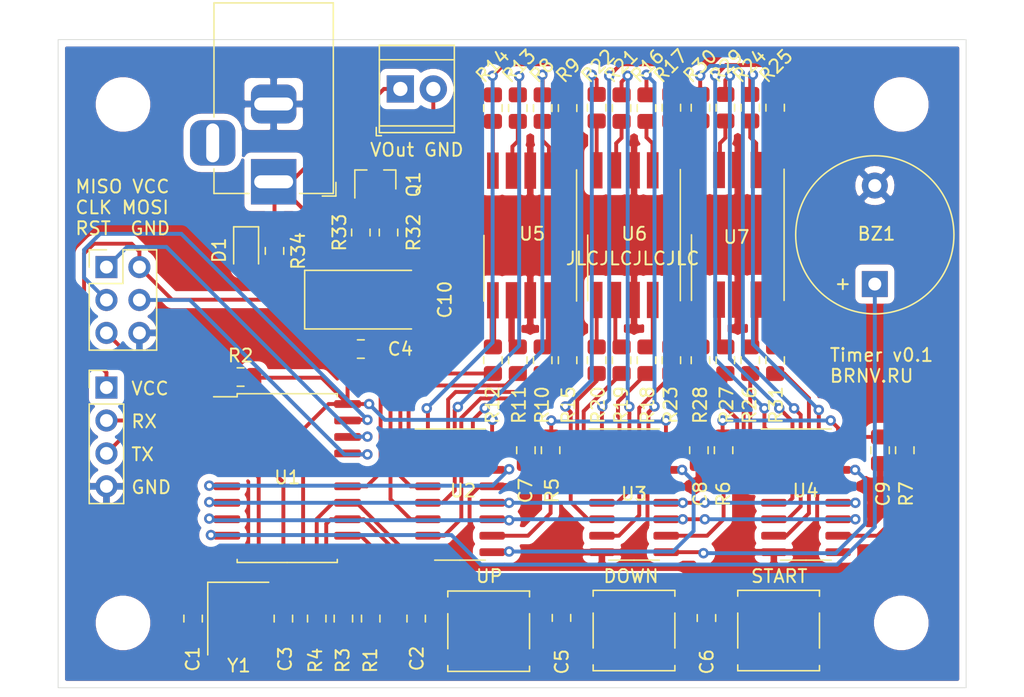
<source format=kicad_pcb>
(kicad_pcb (version 20171130) (host pcbnew "(5.1.5-0-10_14)")
  (layers (0 F.Cu signal) (31 B.Cu signal) (34 B.Paste user) (35 F.Paste user) (36 B.SilkS user) (37 F.SilkS user) (38 B.Mask user) (39 F.Mask user) (44 Edge.Cuts user))
  (net 0 "")
  (net 1 GND)
  (net 2 "Net-(C1-Pad1)")
  (net 3 UP)
  (net 4 "Net-(C3-Pad1)")
  (net 5 DOWN)
  (net 6 START)
  (net 7 VCC)
  (net 8 "Net-(D1-Pad2)")
  (net 9 RST)
  (net 10 MOSI)
  (net 11 Clock)
  (net 12 MISO)
  (net 13 "Net-(J3-Pad2)")
  (net 14 "Net-(Q1-Pad1)")
  (net 15 "Net-(R5-Pad2)")
  (net 16 "Net-(R6-Pad2)")
  (net 17 "Net-(R7-Pad1)")
  (net 18 "Net-(R8-Pad2)")
  (net 19 "Net-(R8-Pad1)")
  (net 20 "Net-(R9-Pad2)")
  (net 21 "Net-(R9-Pad1)")
  (net 22 "Net-(R10-Pad2)")
  (net 23 "Net-(R10-Pad1)")
  (net 24 "Net-(R11-Pad2)")
  (net 25 "Net-(R11-Pad1)")
  (net 26 "Net-(R12-Pad2)")
  (net 27 "Net-(R12-Pad1)")
  (net 28 "Net-(R13-Pad2)")
  (net 29 "Net-(R13-Pad1)")
  (net 30 "Net-(R14-Pad2)")
  (net 31 "Net-(R14-Pad1)")
  (net 32 "Net-(R15-Pad2)")
  (net 33 "Net-(R15-Pad1)")
  (net 34 "Net-(R16-Pad2)")
  (net 35 "Net-(R16-Pad1)")
  (net 36 "Net-(R17-Pad2)")
  (net 37 "Net-(R17-Pad1)")
  (net 38 "Net-(R18-Pad2)")
  (net 39 "Net-(R18-Pad1)")
  (net 40 "Net-(R19-Pad2)")
  (net 41 "Net-(R19-Pad1)")
  (net 42 "Net-(R20-Pad2)")
  (net 43 "Net-(R20-Pad1)")
  (net 44 "Net-(R21-Pad2)")
  (net 45 "Net-(R21-Pad1)")
  (net 46 "Net-(R22-Pad2)")
  (net 47 "Net-(R22-Pad1)")
  (net 48 "Net-(R23-Pad2)")
  (net 49 "Net-(R23-Pad1)")
  (net 50 "Net-(R24-Pad2)")
  (net 51 "Net-(R24-Pad1)")
  (net 52 "Net-(R25-Pad2)")
  (net 53 "Net-(R25-Pad1)")
  (net 54 "Net-(R26-Pad2)")
  (net 55 "Net-(R26-Pad1)")
  (net 56 "Net-(R27-Pad2)")
  (net 57 "Net-(R27-Pad1)")
  (net 58 "Net-(R28-Pad2)")
  (net 59 "Net-(R28-Pad1)")
  (net 60 "Net-(R29-Pad2)")
  (net 61 "Net-(R29-Pad1)")
  (net 62 "Net-(R30-Pad2)")
  (net 63 "Net-(R30-Pad1)")
  (net 64 "Net-(R31-Pad2)")
  (net 65 "Net-(R31-Pad1)")
  (net 66 OUT)
  (net 67 "Net-(U1-Pad11)")
  (net 68 "Net-(U2-Pad9)")
  (net 69 "Net-(U3-Pad9)")
  (net 70 "Net-(U4-Pad9)")
  (net 71 "Net-(Y1-Pad4)")
  (net 72 "Net-(Y1-Pad2)")
  (net 73 TXD)
  (net 74 RXD)
  (net 75 /Sync)
  (net 76 /Latch)
  (net 77 /Data)
  (net 78 "Net-(U1-Pad16)")
  (net 79 /Buzzer)
  (module MountingHole:MountingHole_3.2mm_M3 (layer F.Cu) (at 130 124)
    (fp_text reference REF** hide)
    (fp_text value MountingHole_3.2mm_M3)
    (pad 1 np_thru_hole circle (at 0 0) (size 3.2 3.2) (drill 3.2) (layers *.Cu *.Mask))
  )
  (module MountingHole:MountingHole_3.2mm_M3 (layer F.Cu) (at 190 124)
    (fp_text reference REF** hide)
    (fp_text value MountingHole_3.2mm_M3)
    (pad 1 np_thru_hole circle (at 0 0) (size 3.2 3.2) (drill 3.2) (layers *.Cu *.Mask))
  )
  (module MountingHole:MountingHole_3.2mm_M3 (layer F.Cu) (at 190 84)
    (fp_text reference REF** hide)
    (fp_text value MountingHole_3.2mm_M3)
    (pad 1 np_thru_hole circle (at 0 0) (size 3.2 3.2) (drill 3.2) (layers *.Cu *.Mask))
  )
  (module TerminalBlock_TE-Connectivity:TerminalBlock_TE_282834-2_1x02_P2.54mm_Horizontal (layer F.Cu) (at 151.384 82.804)
    (fp_text reference J3 hide)
    (fp_text value OUT)
    (pad 2 thru_hole circle (at 2.54 0) (size 2.1 2.1) (drill 1.1) (layers *.Cu *.Mask) (net 13 "Net-(J3-Pad2)"))
    (pad 1 thru_hole rect (at 0 0) (size 2.1 2.1) (drill 1.1) (layers *.Cu *.Mask) (net 7 VCC))
  )
  (module Buzzer_Beeper:Buzzer_12x9.5RM7.6 (layer F.Cu) (at 187.96 97.8568 90)
    (fp_text reference BZ1 (at 3.8768 0.127 180) (layer F.SilkS))
    (fp_text value Buzzer)
    (fp_text user + (at -0.01 -2.54 90) (layer F.SilkS))
    (pad 2 thru_hole circle (at 7.6 0 90) (size 2 2) (drill 1) (layers *.Cu *.Mask) (net 1 GND))
    (pad 1 thru_hole rect (at 0 0 90) (size 2 2) (drill 1) (layers *.Cu *.Mask) (net 79 /Buzzer))
  )
  (module Connector_PinHeader_2.54mm:PinHeader_1x04_P2.54mm_Vertical (layer F.Cu) (at 128.725 105.8418)
    (fp_text reference J4 hide)
    (fp_text value UART)
    (pad 4 thru_hole oval (at 0 7.62) (size 1.7 1.7) (drill 1) (layers *.Cu *.Mask) (net 1 GND))
    (pad 3 thru_hole oval (at 0 5.08) (size 1.7 1.7) (drill 1) (layers *.Cu *.Mask) (net 73 TXD))
    (pad 2 thru_hole oval (at 0 2.54) (size 1.7 1.7) (drill 1) (layers *.Cu *.Mask) (net 74 RXD))
    (pad 1 thru_hole rect (at 0 0) (size 1.7 1.7) (drill 1) (layers *.Cu *.Mask) (net 7 VCC))
  )
  (module MountingHole:MountingHole_3.2mm_M3 (layer F.Cu) (at 130 84)
    (fp_text reference REF** hide)
    (fp_text value MountingHole_3.2mm_M3)
    (pad 1 np_thru_hole circle (at 0 0) (size 3.2 3.2) (drill 3.2) (layers *.Cu *.Mask))
  )
  (module Capacitor_Tantalum_SMD:CP_EIA-7343-31_Kemet-D_Pad2.25x2.55mm_HandSolder (layer F.Cu) (at 148.59 99.06)
    (fp_text reference C10 (at 6.223 0 90) (layer F.SilkS))
    (fp_text value 100uF)
    (pad 2 smd roundrect (at 3.2 0) (size 2.25 2.55) (layers F.Cu F.Paste F.Mask) (roundrect_rratio 0.111111) (net 1 GND))
    (pad 1 smd roundrect (at -3.2 0) (size 2.25 2.55) (layers F.Cu F.Paste F.Mask) (roundrect_rratio 0.111111) (net 7 VCC))
  )
  (module Capacitor_SMD:C_0805_2012Metric_Pad1.15x1.40mm_HandSolder (layer F.Cu) (at 188.3664 110.6768 270)
    (fp_text reference C9 (at 3.3692 -0.2286 90) (layer F.SilkS))
    (fp_text value 0.1uF)
    (pad 2 smd roundrect (at 1.025 0 270) (size 1.15 1.4) (layers F.Cu F.Paste F.Mask) (roundrect_rratio 0.217391) (net 1 GND))
    (pad 1 smd roundrect (at -1.025 0 270) (size 1.15 1.4) (layers F.Cu F.Paste F.Mask) (roundrect_rratio 0.217391) (net 7 VCC))
  )
  (module Capacitor_SMD:C_0805_2012Metric_Pad1.15x1.40mm_HandSolder (layer F.Cu) (at 174.3964 110.6768 270)
    (fp_text reference C8 (at 3.3692 -0.1016 90) (layer F.SilkS))
    (fp_text value 0.1uF)
    (pad 2 smd roundrect (at 1.025 0 270) (size 1.15 1.4) (layers F.Cu F.Paste F.Mask) (roundrect_rratio 0.217391) (net 1 GND))
    (pad 1 smd roundrect (at -1.025 0 270) (size 1.15 1.4) (layers F.Cu F.Paste F.Mask) (roundrect_rratio 0.217391) (net 7 VCC))
  )
  (module Capacitor_SMD:C_0805_2012Metric_Pad1.15x1.40mm_HandSolder (layer F.Cu) (at 161.0614 110.6768 270)
    (fp_text reference C7 (at 3.1152 0.0254 90) (layer F.SilkS))
    (fp_text value 0.1uF)
    (pad 2 smd roundrect (at 1.025 0 270) (size 1.15 1.4) (layers F.Cu F.Paste F.Mask) (roundrect_rratio 0.217391) (net 1 GND))
    (pad 1 smd roundrect (at -1.025 0 270) (size 1.15 1.4) (layers F.Cu F.Paste F.Mask) (roundrect_rratio 0.217391) (net 7 VCC))
  )
  (module Capacitor_SMD:C_0805_2012Metric_Pad1.15x1.40mm_HandSolder (layer F.Cu) (at 174.9806 123.6218 270)
    (fp_text reference C6 (at 3.3782 -0.0254 90) (layer F.SilkS))
    (fp_text value 0.1uF)
    (pad 2 smd roundrect (at 1.025 0 270) (size 1.15 1.4) (layers F.Cu F.Paste F.Mask) (roundrect_rratio 0.217391) (net 1 GND))
    (pad 1 smd roundrect (at -1.025 0 270) (size 1.15 1.4) (layers F.Cu F.Paste F.Mask) (roundrect_rratio 0.217391) (net 6 START))
  )
  (module Capacitor_SMD:C_0805_2012Metric_Pad1.15x1.40mm_HandSolder (layer F.Cu) (at 163.8046 123.612 270)
    (fp_text reference C5 (at 3.388 -0.0254 90) (layer F.SilkS))
    (fp_text value 0.1uF)
    (pad 2 smd roundrect (at 1.025 0 270) (size 1.15 1.4) (layers F.Cu F.Paste F.Mask) (roundrect_rratio 0.217391) (net 1 GND))
    (pad 1 smd roundrect (at -1.025 0 270) (size 1.15 1.4) (layers F.Cu F.Paste F.Mask) (roundrect_rratio 0.217391) (net 5 DOWN))
  )
  (module Capacitor_SMD:C_0805_2012Metric_Pad1.15x1.40mm_HandSolder (layer F.Cu) (at 148.336 102.87)
    (fp_text reference C4 (at 3.048 0) (layer F.SilkS))
    (fp_text value 0.1uF)
    (pad 2 smd roundrect (at 1.025 0) (size 1.15 1.4) (layers F.Cu F.Paste F.Mask) (roundrect_rratio 0.217391) (net 1 GND))
    (pad 1 smd roundrect (at -1.025 0) (size 1.15 1.4) (layers F.Cu F.Paste F.Mask) (roundrect_rratio 0.217391) (net 7 VCC))
  )
  (module Capacitor_SMD:C_0805_2012Metric_Pad1.15x1.40mm_HandSolder (layer F.Cu) (at 142.364 123.6628 270)
    (fp_text reference C3 (at 3.1232 -0.13 90) (layer F.SilkS))
    (fp_text value 22pF)
    (pad 2 smd roundrect (at 1.025 0 270) (size 1.15 1.4) (layers F.Cu F.Paste F.Mask) (roundrect_rratio 0.217391) (net 1 GND))
    (pad 1 smd roundrect (at -1.025 0 270) (size 1.15 1.4) (layers F.Cu F.Paste F.Mask) (roundrect_rratio 0.217391) (net 4 "Net-(C3-Pad1)"))
  )
  (module Capacitor_SMD:C_0805_2012Metric_Pad1.15x1.40mm_HandSolder (layer F.Cu) (at 152.6032 123.6628 270)
    (fp_text reference C2 (at 3.0832 -0.0508 90) (layer F.SilkS))
    (fp_text value 0.1uF)
    (pad 2 smd roundrect (at 1.025 0 270) (size 1.15 1.4) (layers F.Cu F.Paste F.Mask) (roundrect_rratio 0.217391) (net 1 GND))
    (pad 1 smd roundrect (at -1.025 0 270) (size 1.15 1.4) (layers F.Cu F.Paste F.Mask) (roundrect_rratio 0.217391) (net 3 UP))
  )
  (module Capacitor_SMD:C_0805_2012Metric_Pad1.15x1.40mm_HandSolder (layer F.Cu) (at 135.4044 123.6628 270)
    (fp_text reference C1 (at 3.1232 0.0224 90) (layer F.SilkS))
    (fp_text value 22pF)
    (pad 2 smd roundrect (at 1.025 0 270) (size 1.15 1.4) (layers F.Cu F.Paste F.Mask) (roundrect_rratio 0.217391) (net 1 GND))
    (pad 1 smd roundrect (at -1.025 0 270) (size 1.15 1.4) (layers F.Cu F.Paste F.Mask) (roundrect_rratio 0.217391) (net 2 "Net-(C1-Pad1)"))
  )
  (module Package_SO:SOIC-16_3.9x9.9mm_P1.27mm (layer F.Cu) (at 182.6514 114.0968)
    (fp_text reference U4 (at -0.0254 -0.3048) (layer F.SilkS))
    (fp_text value 74HC595)
    (pad 16 smd roundrect (at 2.475 -4.445) (size 1.95 0.6) (layers F.Cu F.Paste F.Mask) (net 7 VCC))
    (pad 15 smd roundrect (at 2.475 -3.175) (size 1.95 0.6) (layers F.Cu F.Paste F.Mask) (net 50 "Net-(R24-Pad2)"))
    (pad 14 smd roundrect (at 2.475 -1.905) (size 1.95 0.6) (layers F.Cu F.Paste F.Mask) (net 69 "Net-(U3-Pad9)"))
    (pad 13 smd roundrect (at 2.475 -0.635) (size 1.95 0.6) (layers F.Cu F.Paste F.Mask) (net 1 GND))
    (pad 12 smd roundrect (at 2.475 0.635) (size 1.95 0.6) (layers F.Cu F.Paste F.Mask) (net 76 /Latch))
    (pad 11 smd roundrect (at 2.475 1.905) (size 1.95 0.6) (layers F.Cu F.Paste F.Mask) (net 75 /Sync))
    (pad 10 smd roundrect (at 2.475 3.175) (size 1.95 0.6) (layers F.Cu F.Paste F.Mask) (net 17 "Net-(R7-Pad1)"))
    (pad 9 smd roundrect (at 2.475 4.445) (size 1.95 0.6) (layers F.Cu F.Paste F.Mask) (net 70 "Net-(U4-Pad9)"))
    (pad 8 smd roundrect (at -2.475 4.445) (size 1.95 0.6) (layers F.Cu F.Paste F.Mask) (net 1 GND))
    (pad 7 smd roundrect (at -2.475 3.175) (size 1.95 0.6) (layers F.Cu F.Paste F.Mask) (net 64 "Net-(R31-Pad2)"))
    (pad 6 smd roundrect (at -2.475 1.905) (size 1.95 0.6) (layers F.Cu F.Paste F.Mask) (net 62 "Net-(R30-Pad2)"))
    (pad 5 smd roundrect (at -2.475 0.635) (size 1.95 0.6) (layers F.Cu F.Paste F.Mask) (net 60 "Net-(R29-Pad2)"))
    (pad 4 smd roundrect (at -2.475 -0.635) (size 1.95 0.6) (layers F.Cu F.Paste F.Mask) (net 58 "Net-(R28-Pad2)"))
    (pad 3 smd roundrect (at -2.475 -1.905) (size 1.95 0.6) (layers F.Cu F.Paste F.Mask) (net 56 "Net-(R27-Pad2)"))
    (pad 2 smd roundrect (at -2.475 -3.175) (size 1.95 0.6) (layers F.Cu F.Paste F.Mask) (net 54 "Net-(R26-Pad2)"))
    (pad 1 smd roundrect (at -2.475 -4.445) (size 1.95 0.6) (layers F.Cu F.Paste F.Mask) (net 52 "Net-(R25-Pad2)"))
  )
  (module Package_SO:SOIC-16_3.9x9.9mm_P1.27mm (layer F.Cu) (at 169.3964 114.0968)
    (fp_text reference U3 (at 0 -0.0508) (layer F.SilkS))
    (fp_text value 74HC595)
    (pad 16 smd roundrect (at 2.475 -4.445) (size 1.95 0.6) (layers F.Cu F.Paste F.Mask) (net 7 VCC))
    (pad 15 smd roundrect (at 2.475 -3.175) (size 1.95 0.6) (layers F.Cu F.Paste F.Mask) (net 34 "Net-(R16-Pad2)"))
    (pad 14 smd roundrect (at 2.475 -1.905) (size 1.95 0.6) (layers F.Cu F.Paste F.Mask) (net 68 "Net-(U2-Pad9)"))
    (pad 13 smd roundrect (at 2.475 -0.635) (size 1.95 0.6) (layers F.Cu F.Paste F.Mask) (net 1 GND))
    (pad 12 smd roundrect (at 2.475 0.635) (size 1.95 0.6) (layers F.Cu F.Paste F.Mask) (net 76 /Latch))
    (pad 11 smd roundrect (at 2.475 1.905) (size 1.95 0.6) (layers F.Cu F.Paste F.Mask) (net 75 /Sync))
    (pad 10 smd roundrect (at 2.475 3.175) (size 1.95 0.6) (layers F.Cu F.Paste F.Mask) (net 16 "Net-(R6-Pad2)"))
    (pad 9 smd roundrect (at 2.475 4.445) (size 1.95 0.6) (layers F.Cu F.Paste F.Mask) (net 69 "Net-(U3-Pad9)"))
    (pad 8 smd roundrect (at -2.475 4.445) (size 1.95 0.6) (layers F.Cu F.Paste F.Mask) (net 1 GND))
    (pad 7 smd roundrect (at -2.475 3.175) (size 1.95 0.6) (layers F.Cu F.Paste F.Mask) (net 48 "Net-(R23-Pad2)"))
    (pad 6 smd roundrect (at -2.475 1.905) (size 1.95 0.6) (layers F.Cu F.Paste F.Mask) (net 46 "Net-(R22-Pad2)"))
    (pad 5 smd roundrect (at -2.475 0.635) (size 1.95 0.6) (layers F.Cu F.Paste F.Mask) (net 44 "Net-(R21-Pad2)"))
    (pad 4 smd roundrect (at -2.475 -0.635) (size 1.95 0.6) (layers F.Cu F.Paste F.Mask) (net 42 "Net-(R20-Pad2)"))
    (pad 3 smd roundrect (at -2.475 -1.905) (size 1.95 0.6) (layers F.Cu F.Paste F.Mask) (net 40 "Net-(R19-Pad2)"))
    (pad 2 smd roundrect (at -2.475 -3.175) (size 1.95 0.6) (layers F.Cu F.Paste F.Mask) (net 38 "Net-(R18-Pad2)"))
    (pad 1 smd roundrect (at -2.475 -4.445) (size 1.95 0.6) (layers F.Cu F.Paste F.Mask) (net 36 "Net-(R17-Pad2)"))
  )
  (module Package_SO:SOIC-16_3.9x9.9mm_P1.27mm (layer F.Cu) (at 155.9814 114.0968)
    (fp_text reference U2 (at 0.2286 -0.3048) (layer F.SilkS))
    (fp_text value 74HC595)
    (pad 16 smd roundrect (at 2.475 -4.445) (size 1.95 0.6) (layers F.Cu F.Paste F.Mask) (net 7 VCC))
    (pad 15 smd roundrect (at 2.475 -3.175) (size 1.95 0.6) (layers F.Cu F.Paste F.Mask) (net 18 "Net-(R8-Pad2)"))
    (pad 14 smd roundrect (at 2.475 -1.905) (size 1.95 0.6) (layers F.Cu F.Paste F.Mask) (net 77 /Data))
    (pad 13 smd roundrect (at 2.475 -0.635) (size 1.95 0.6) (layers F.Cu F.Paste F.Mask) (net 1 GND))
    (pad 12 smd roundrect (at 2.475 0.635) (size 1.95 0.6) (layers F.Cu F.Paste F.Mask) (net 76 /Latch))
    (pad 11 smd roundrect (at 2.475 1.905) (size 1.95 0.6) (layers F.Cu F.Paste F.Mask) (net 75 /Sync))
    (pad 10 smd roundrect (at 2.475 3.175) (size 1.95 0.6) (layers F.Cu F.Paste F.Mask) (net 15 "Net-(R5-Pad2)"))
    (pad 9 smd roundrect (at 2.475 4.445) (size 1.95 0.6) (layers F.Cu F.Paste F.Mask) (net 68 "Net-(U2-Pad9)"))
    (pad 8 smd roundrect (at -2.475 4.445) (size 1.95 0.6) (layers F.Cu F.Paste F.Mask) (net 1 GND))
    (pad 7 smd roundrect (at -2.475 3.175) (size 1.95 0.6) (layers F.Cu F.Paste F.Mask) (net 32 "Net-(R15-Pad2)"))
    (pad 6 smd roundrect (at -2.475 1.905) (size 1.95 0.6) (layers F.Cu F.Paste F.Mask) (net 30 "Net-(R14-Pad2)"))
    (pad 5 smd roundrect (at -2.475 0.635) (size 1.95 0.6) (layers F.Cu F.Paste F.Mask) (net 28 "Net-(R13-Pad2)"))
    (pad 4 smd roundrect (at -2.475 -0.635) (size 1.95 0.6) (layers F.Cu F.Paste F.Mask) (net 26 "Net-(R12-Pad2)"))
    (pad 3 smd roundrect (at -2.475 -1.905) (size 1.95 0.6) (layers F.Cu F.Paste F.Mask) (net 24 "Net-(R11-Pad2)"))
    (pad 2 smd roundrect (at -2.475 -3.175) (size 1.95 0.6) (layers F.Cu F.Paste F.Mask) (net 22 "Net-(R10-Pad2)"))
    (pad 1 smd roundrect (at -2.475 -4.445) (size 1.95 0.6) (layers F.Cu F.Paste F.Mask) (net 20 "Net-(R9-Pad2)"))
  )
  (module Package_TO_SOT_SMD:SOT-23 (layer F.Cu) (at 149.4536 89.8144 90)
    (fp_text reference Q1 (at -0.3556 2.9464 90) (layer F.SilkS))
    (fp_text value IRLML2502TRPBF)
    (pad 3 smd rect (at 1 0 90) (size 0.9 0.8) (layers F.Cu F.Paste F.Mask) (net 13 "Net-(J3-Pad2)"))
    (pad 2 smd rect (at -1 0.95 90) (size 0.9 0.8) (layers F.Cu F.Paste F.Mask) (net 1 GND))
    (pad 1 smd rect (at -1 -0.95 90) (size 0.9 0.8) (layers F.Cu F.Paste F.Mask) (net 14 "Net-(Q1-Pad1)"))
  )
  (module Crystal:Crystal_SMD_SeikoEpson_FA238V-4Pin_3.2x2.5mm_HandSoldering (layer F.Cu) (at 138.8842 123.6628 270)
    (fp_text reference Y1 (at 3.6312 -0.0538 180) (layer F.SilkS))
    (fp_text value 12MHz)
    (pad 4 smd rect (at -1.55 -1.25 270) (size 2.1 1.8) (layers F.Cu F.Paste F.Mask) (net 71 "Net-(Y1-Pad4)"))
    (pad 3 smd rect (at 1.55 -1.25 270) (size 2.1 1.8) (layers F.Cu F.Paste F.Mask) (net 4 "Net-(C3-Pad1)"))
    (pad 2 smd rect (at 1.55 1.25 270) (size 2.1 1.8) (layers F.Cu F.Paste F.Mask) (net 72 "Net-(Y1-Pad2)"))
    (pad 1 smd rect (at -1.55 1.25 270) (size 2.1 1.8) (layers F.Cu F.Paste F.Mask) (net 2 "Net-(C1-Pad1)"))
  )
  (module Display_7Segment:KCSC02-105 (layer F.Cu) (at 177.3964 94.0568 90)
    (fp_text reference U7 (at -0.1772 -0.1044 180) (layer F.SilkS))
    (fp_text value KCSC02-105)
    (pad 10 smd rect (at 5 -2.88 90) (size 2.8 0.9) (layers F.Cu F.Paste F.Mask) (net 63 "Net-(R30-Pad1)"))
    (pad 9 smd rect (at 5 -1.44 90) (size 2.8 0.9) (layers F.Cu F.Paste F.Mask) (net 61 "Net-(R29-Pad1)"))
    (pad 8 smd rect (at 5 0 90) (size 2.8 0.9) (layers F.Cu F.Paste F.Mask) (net 1 GND))
    (pad 7 smd rect (at 5 1.44 90) (size 2.8 0.9) (layers F.Cu F.Paste F.Mask) (net 51 "Net-(R24-Pad1)"))
    (pad 6 smd rect (at 5 2.88 90) (size 2.8 0.9) (layers F.Cu F.Paste F.Mask) (net 53 "Net-(R25-Pad1)"))
    (pad 5 smd rect (at -5 2.88 90) (size 2.8 0.9) (layers F.Cu F.Paste F.Mask) (net 65 "Net-(R31-Pad1)"))
    (pad 4 smd rect (at -5 1.44 90) (size 2.8 0.9) (layers F.Cu F.Paste F.Mask) (net 55 "Net-(R26-Pad1)"))
    (pad 3 smd rect (at -5 0 90) (size 2.8 0.9) (layers F.Cu F.Paste F.Mask) (net 1 GND))
    (pad 2 smd rect (at -5 -1.44 90) (size 2.8 0.9) (layers F.Cu F.Paste F.Mask) (net 57 "Net-(R27-Pad1)"))
    (pad 1 smd rect (at -5 -2.88 90) (size 2.8 0.9) (layers F.Cu F.Paste F.Mask) (net 59 "Net-(R28-Pad1)"))
  )
  (module Display_7Segment:KCSC02-105 (layer F.Cu) (at 169.3964 94.0818 90)
    (fp_text reference U6 (at 0.1018 0.0216 180) (layer F.SilkS))
    (fp_text value KCSC02-105)
    (pad 10 smd rect (at 5 -2.88 90) (size 2.8 0.9) (layers F.Cu F.Paste F.Mask) (net 47 "Net-(R22-Pad1)"))
    (pad 9 smd rect (at 5 -1.44 90) (size 2.8 0.9) (layers F.Cu F.Paste F.Mask) (net 45 "Net-(R21-Pad1)"))
    (pad 8 smd rect (at 5 0 90) (size 2.8 0.9) (layers F.Cu F.Paste F.Mask) (net 1 GND))
    (pad 7 smd rect (at 5 1.44 90) (size 2.8 0.9) (layers F.Cu F.Paste F.Mask) (net 35 "Net-(R16-Pad1)"))
    (pad 6 smd rect (at 5 2.88 90) (size 2.8 0.9) (layers F.Cu F.Paste F.Mask) (net 37 "Net-(R17-Pad1)"))
    (pad 5 smd rect (at -5 2.88 90) (size 2.8 0.9) (layers F.Cu F.Paste F.Mask) (net 49 "Net-(R23-Pad1)"))
    (pad 4 smd rect (at -5 1.44 90) (size 2.8 0.9) (layers F.Cu F.Paste F.Mask) (net 39 "Net-(R18-Pad1)"))
    (pad 3 smd rect (at -5 0 90) (size 2.8 0.9) (layers F.Cu F.Paste F.Mask) (net 1 GND))
    (pad 2 smd rect (at -5 -1.44 90) (size 2.8 0.9) (layers F.Cu F.Paste F.Mask) (net 41 "Net-(R19-Pad1)"))
    (pad 1 smd rect (at -5 -2.88 90) (size 2.8 0.9) (layers F.Cu F.Paste F.Mask) (net 43 "Net-(R20-Pad1)"))
  )
  (module Display_7Segment:KCSC02-105 (layer F.Cu) (at 161.3964 94.1068 90)
    (fp_text reference U5 (at 0.1268 0.1476 180) (layer F.SilkS))
    (fp_text value KCSC02-105)
    (pad 10 smd rect (at 5 -2.88 90) (size 2.8 0.9) (layers F.Cu F.Paste F.Mask) (net 31 "Net-(R14-Pad1)"))
    (pad 9 smd rect (at 5 -1.44 90) (size 2.8 0.9) (layers F.Cu F.Paste F.Mask) (net 29 "Net-(R13-Pad1)"))
    (pad 8 smd rect (at 5 0 90) (size 2.8 0.9) (layers F.Cu F.Paste F.Mask) (net 1 GND))
    (pad 7 smd rect (at 5 1.44 90) (size 2.8 0.9) (layers F.Cu F.Paste F.Mask) (net 19 "Net-(R8-Pad1)"))
    (pad 6 smd rect (at 5 2.88 90) (size 2.8 0.9) (layers F.Cu F.Paste F.Mask) (net 21 "Net-(R9-Pad1)"))
    (pad 5 smd rect (at -5 2.88 90) (size 2.8 0.9) (layers F.Cu F.Paste F.Mask) (net 33 "Net-(R15-Pad1)"))
    (pad 4 smd rect (at -5 1.44 90) (size 2.8 0.9) (layers F.Cu F.Paste F.Mask) (net 23 "Net-(R10-Pad1)"))
    (pad 3 smd rect (at -5 0 90) (size 2.8 0.9) (layers F.Cu F.Paste F.Mask) (net 1 GND))
    (pad 2 smd rect (at -5 -1.44 90) (size 2.8 0.9) (layers F.Cu F.Paste F.Mask) (net 25 "Net-(R11-Pad1)"))
    (pad 1 smd rect (at -5 -2.88 90) (size 2.8 0.9) (layers F.Cu F.Paste F.Mask) (net 27 "Net-(R12-Pad1)"))
  )
  (module Package_SO:SOIC-20W_7.5x12.8mm_P1.27mm (layer F.Cu) (at 142.661 112.8268)
    (fp_text reference U1 (at 0 -0.0508) (layer F.SilkS))
    (fp_text value ATtiny2313A-SU)
    (pad 20 smd roundrect (at 4.65 -5.715) (size 2.05 0.6) (layers F.Cu F.Paste F.Mask) (net 7 VCC))
    (pad 19 smd roundrect (at 4.65 -4.445) (size 2.05 0.6) (layers F.Cu F.Paste F.Mask) (net 11 Clock))
    (pad 18 smd roundrect (at 4.65 -3.175) (size 2.05 0.6) (layers F.Cu F.Paste F.Mask) (net 12 MISO))
    (pad 17 smd roundrect (at 4.65 -1.905) (size 2.05 0.6) (layers F.Cu F.Paste F.Mask) (net 10 MOSI))
    (pad 16 smd roundrect (at 4.65 -0.635) (size 2.05 0.6) (layers F.Cu F.Paste F.Mask) (net 78 "Net-(U1-Pad16)"))
    (pad 15 smd roundrect (at 4.65 0.635) (size 2.05 0.6) (layers F.Cu F.Paste F.Mask) (net 66 OUT))
    (pad 14 smd roundrect (at 4.65 1.905) (size 2.05 0.6) (layers F.Cu F.Paste F.Mask) (net 6 START))
    (pad 13 smd roundrect (at 4.65 3.175) (size 2.05 0.6) (layers F.Cu F.Paste F.Mask) (net 5 DOWN))
    (pad 12 smd roundrect (at 4.65 4.445) (size 2.05 0.6) (layers F.Cu F.Paste F.Mask) (net 3 UP))
    (pad 11 smd roundrect (at 4.65 5.715) (size 2.05 0.6) (layers F.Cu F.Paste F.Mask) (net 67 "Net-(U1-Pad11)"))
    (pad 10 smd roundrect (at -4.65 5.715) (size 2.05 0.6) (layers F.Cu F.Paste F.Mask) (net 1 GND))
    (pad 9 smd roundrect (at -4.65 4.445) (size 2.05 0.6) (layers F.Cu F.Paste F.Mask) (net 79 /Buzzer))
    (pad 8 smd roundrect (at -4.65 3.175) (size 2.05 0.6) (layers F.Cu F.Paste F.Mask) (net 75 /Sync))
    (pad 7 smd roundrect (at -4.65 1.905) (size 2.05 0.6) (layers F.Cu F.Paste F.Mask) (net 76 /Latch))
    (pad 6 smd roundrect (at -4.65 0.635) (size 2.05 0.6) (layers F.Cu F.Paste F.Mask) (net 77 /Data))
    (pad 5 smd roundrect (at -4.65 -0.635) (size 2.05 0.6) (layers F.Cu F.Paste F.Mask) (net 2 "Net-(C1-Pad1)"))
    (pad 4 smd roundrect (at -4.65 -1.905) (size 2.05 0.6) (layers F.Cu F.Paste F.Mask) (net 4 "Net-(C3-Pad1)"))
    (pad 3 smd roundrect (at -4.65 -3.175) (size 2.05 0.6) (layers F.Cu F.Paste F.Mask) (net 73 TXD))
    (pad 2 smd roundrect (at -4.65 -4.445) (size 2.05 0.6) (layers F.Cu F.Paste F.Mask) (net 74 RXD))
    (pad 1 smd roundrect (at -4.65 -5.715) (size 2.05 0.6) (layers F.Cu F.Paste F.Mask) (net 9 RST))
  )
  (module Button_Switch_SMD:SW_SPST_EVPBF (layer F.Cu) (at 180.5432 124.587)
    (fp_text reference SW3 hide)
    (fp_text value START)
    (pad 2 smd rect (at 2.88 2) (size 2.75 1) (layers F.Cu F.Paste F.Mask) (net 1 GND))
    (pad 2 smd rect (at -2.88 2) (size 2.75 1) (layers F.Cu F.Paste F.Mask) (net 1 GND))
    (pad 1 smd rect (at -2.88 -2) (size 2.75 1) (layers F.Cu F.Paste F.Mask) (net 6 START))
    (pad 1 smd rect (at 2.88 -2) (size 2.75 1) (layers F.Cu F.Paste F.Mask) (net 6 START))
  )
  (module Button_Switch_SMD:SW_SPST_EVPBF (layer F.Cu) (at 169.3964 124.587)
    (fp_text reference SW2 hide)
    (fp_text value DOWN)
    (pad 2 smd rect (at 2.88 2) (size 2.75 1) (layers F.Cu F.Paste F.Mask) (net 1 GND))
    (pad 2 smd rect (at -2.88 2) (size 2.75 1) (layers F.Cu F.Paste F.Mask) (net 1 GND))
    (pad 1 smd rect (at -2.88 -2) (size 2.75 1) (layers F.Cu F.Paste F.Mask) (net 5 DOWN))
    (pad 1 smd rect (at 2.88 -2) (size 2.75 1) (layers F.Cu F.Paste F.Mask) (net 5 DOWN))
  )
  (module Button_Switch_SMD:SW_SPST_EVPBF (layer F.Cu) (at 158.1912 124.6378)
    (fp_text reference SW1 hide)
    (fp_text value UP)
    (pad 2 smd rect (at 2.88 2) (size 2.75 1) (layers F.Cu F.Paste F.Mask) (net 1 GND))
    (pad 2 smd rect (at -2.88 2) (size 2.75 1) (layers F.Cu F.Paste F.Mask) (net 1 GND))
    (pad 1 smd rect (at -2.88 -2) (size 2.75 1) (layers F.Cu F.Paste F.Mask) (net 3 UP))
    (pad 1 smd rect (at 2.88 -2) (size 2.75 1) (layers F.Cu F.Paste F.Mask) (net 3 UP))
  )
  (module Resistor_SMD:R_0805_2012Metric_Pad1.15x1.40mm_HandSolder (layer F.Cu) (at 141.6812 95.3008 270)
    (fp_text reference R34 (at 0 -1.8288 90) (layer F.SilkS))
    (fp_text value 150R)
    (pad 2 smd roundrect (at 1.025 0 270) (size 1.15 1.4) (layers F.Cu F.Paste F.Mask) (roundrect_rratio 0.217391) (net 8 "Net-(D1-Pad2)"))
    (pad 1 smd roundrect (at -1.025 0 270) (size 1.15 1.4) (layers F.Cu F.Paste F.Mask) (roundrect_rratio 0.217391) (net 7 VCC))
  )
  (module Resistor_SMD:R_0805_2012Metric_Pad1.15x1.40mm_HandSolder (layer F.Cu) (at 148.336 93.8784 90)
    (fp_text reference R33 (at 0 -1.65 90) (layer F.SilkS))
    (fp_text value 2.2K)
    (pad 2 smd roundrect (at 1.025 0 90) (size 1.15 1.4) (layers F.Cu F.Paste F.Mask) (roundrect_rratio 0.217391) (net 14 "Net-(Q1-Pad1)"))
    (pad 1 smd roundrect (at -1.025 0 90) (size 1.15 1.4) (layers F.Cu F.Paste F.Mask) (roundrect_rratio 0.217391) (net 66 OUT))
  )
  (module Resistor_SMD:R_0805_2012Metric_Pad1.15x1.40mm_HandSolder (layer F.Cu) (at 150.4696 93.8784 90)
    (fp_text reference R32 (at 0 1.9304 90) (layer F.SilkS))
    (fp_text value 10K)
    (pad 2 smd roundrect (at 1.025 0 90) (size 1.15 1.4) (layers F.Cu F.Paste F.Mask) (roundrect_rratio 0.217391) (net 1 GND))
    (pad 1 smd roundrect (at -1.025 0 90) (size 1.15 1.4) (layers F.Cu F.Paste F.Mask) (roundrect_rratio 0.217391) (net 66 OUT))
  )
  (module Resistor_SMD:R_0805_2012Metric_Pad1.15x1.40mm_HandSolder (layer F.Cu) (at 180.2764 103.7318 270)
    (fp_text reference R31 (at 3.4562 -0.0636 90) (layer F.SilkS))
    (fp_text value R_Small)
    (pad 2 smd roundrect (at 1.025 0 270) (size 1.15 1.4) (layers F.Cu F.Paste F.Mask) (roundrect_rratio 0.217391) (net 64 "Net-(R31-Pad2)"))
    (pad 1 smd roundrect (at -1.025 0 270) (size 1.15 1.4) (layers F.Cu F.Paste F.Mask) (roundrect_rratio 0.217391) (net 65 "Net-(R31-Pad1)"))
  )
  (module Resistor_SMD:R_0805_2012Metric_Pad1.15x1.40mm_HandSolder (layer F.Cu) (at 174.5164 84.2518 90)
    (fp_text reference R30 (at 3.2258 -0.0184 225) (layer F.SilkS))
    (fp_text value R_Small)
    (pad 2 smd roundrect (at 1.025 0 90) (size 1.15 1.4) (layers F.Cu F.Paste F.Mask) (roundrect_rratio 0.217391) (net 62 "Net-(R30-Pad2)"))
    (pad 1 smd roundrect (at -1.025 0 90) (size 1.15 1.4) (layers F.Cu F.Paste F.Mask) (roundrect_rratio 0.217391) (net 63 "Net-(R30-Pad1)"))
  )
  (module Resistor_SMD:R_0805_2012Metric_Pad1.15x1.40mm_HandSolder (layer F.Cu) (at 176.4364 84.2518 90)
    (fp_text reference R29 (at 3.2258 0.0936 225) (layer F.SilkS))
    (fp_text value R_Small)
    (pad 2 smd roundrect (at 1.025 0 90) (size 1.15 1.4) (layers F.Cu F.Paste F.Mask) (roundrect_rratio 0.217391) (net 60 "Net-(R29-Pad2)"))
    (pad 1 smd roundrect (at -1.025 0 90) (size 1.15 1.4) (layers F.Cu F.Paste F.Mask) (roundrect_rratio 0.217391) (net 61 "Net-(R29-Pad1)"))
  )
  (module Resistor_SMD:R_0805_2012Metric_Pad1.15x1.40mm_HandSolder (layer F.Cu) (at 174.5164 103.7318 270)
    (fp_text reference R28 (at 3.4562 0.0184 90) (layer F.SilkS))
    (fp_text value R_Small)
    (pad 2 smd roundrect (at 1.025 0 270) (size 1.15 1.4) (layers F.Cu F.Paste F.Mask) (roundrect_rratio 0.217391) (net 58 "Net-(R28-Pad2)"))
    (pad 1 smd roundrect (at -1.025 0 270) (size 1.15 1.4) (layers F.Cu F.Paste F.Mask) (roundrect_rratio 0.217391) (net 59 "Net-(R28-Pad1)"))
  )
  (module Resistor_SMD:R_0805_2012Metric_Pad1.15x1.40mm_HandSolder (layer F.Cu) (at 176.4364 103.7318 270)
    (fp_text reference R27 (at 3.4562 -0.0936 90) (layer F.SilkS))
    (fp_text value R_Small)
    (pad 2 smd roundrect (at 1.025 0 270) (size 1.15 1.4) (layers F.Cu F.Paste F.Mask) (roundrect_rratio 0.217391) (net 56 "Net-(R27-Pad2)"))
    (pad 1 smd roundrect (at -1.025 0 270) (size 1.15 1.4) (layers F.Cu F.Paste F.Mask) (roundrect_rratio 0.217391) (net 57 "Net-(R27-Pad1)"))
  )
  (module Resistor_SMD:R_0805_2012Metric_Pad1.15x1.40mm_HandSolder (layer F.Cu) (at 178.3564 103.7318 270)
    (fp_text reference R26 (at 3.4562 0.0484 90) (layer F.SilkS))
    (fp_text value R_Small)
    (pad 2 smd roundrect (at 1.025 0 270) (size 1.15 1.4) (layers F.Cu F.Paste F.Mask) (roundrect_rratio 0.217391) (net 54 "Net-(R26-Pad2)"))
    (pad 1 smd roundrect (at -1.025 0 270) (size 1.15 1.4) (layers F.Cu F.Paste F.Mask) (roundrect_rratio 0.217391) (net 55 "Net-(R26-Pad1)"))
  )
  (module Resistor_SMD:R_0805_2012Metric_Pad1.15x1.40mm_HandSolder (layer F.Cu) (at 180.2764 84.2518 90)
    (fp_text reference R25 (at 3.2258 0.0636 225) (layer F.SilkS))
    (fp_text value R_Small)
    (pad 2 smd roundrect (at 1.025 0 90) (size 1.15 1.4) (layers F.Cu F.Paste F.Mask) (roundrect_rratio 0.217391) (net 52 "Net-(R25-Pad2)"))
    (pad 1 smd roundrect (at -1.025 0 90) (size 1.15 1.4) (layers F.Cu F.Paste F.Mask) (roundrect_rratio 0.217391) (net 53 "Net-(R25-Pad1)"))
  )
  (module Resistor_SMD:R_0805_2012Metric_Pad1.15x1.40mm_HandSolder (layer F.Cu) (at 178.3564 84.2518 90)
    (fp_text reference R24 (at 3.2258 -0.0484 225) (layer F.SilkS))
    (fp_text value 150R)
    (pad 2 smd roundrect (at 1.025 0 90) (size 1.15 1.4) (layers F.Cu F.Paste F.Mask) (roundrect_rratio 0.217391) (net 50 "Net-(R24-Pad2)"))
    (pad 1 smd roundrect (at -1.025 0 90) (size 1.15 1.4) (layers F.Cu F.Paste F.Mask) (roundrect_rratio 0.217391) (net 51 "Net-(R24-Pad1)"))
  )
  (module Resistor_SMD:R_0805_2012Metric_Pad1.15x1.40mm_HandSolder (layer F.Cu) (at 172.2764 103.7318 270)
    (fp_text reference R23 (at 3.4562 0.0644 90) (layer F.SilkS))
    (fp_text value R_Small)
    (pad 2 smd roundrect (at 1.025 0 270) (size 1.15 1.4) (layers F.Cu F.Paste F.Mask) (roundrect_rratio 0.217391) (net 48 "Net-(R23-Pad2)"))
    (pad 1 smd roundrect (at -1.025 0 270) (size 1.15 1.4) (layers F.Cu F.Paste F.Mask) (roundrect_rratio 0.217391) (net 49 "Net-(R23-Pad1)"))
  )
  (module Resistor_SMD:R_0805_2012Metric_Pad1.15x1.40mm_HandSolder (layer F.Cu) (at 166.5164 84.2518 90)
    (fp_text reference R22 (at 3.2258 0.1076 225) (layer F.SilkS))
    (fp_text value R_Small)
    (pad 2 smd roundrect (at 1.025 0 90) (size 1.15 1.4) (layers F.Cu F.Paste F.Mask) (roundrect_rratio 0.217391) (net 46 "Net-(R22-Pad2)"))
    (pad 1 smd roundrect (at -1.025 0 90) (size 1.15 1.4) (layers F.Cu F.Paste F.Mask) (roundrect_rratio 0.217391) (net 47 "Net-(R22-Pad1)"))
  )
  (module Resistor_SMD:R_0805_2012Metric_Pad1.15x1.40mm_HandSolder (layer F.Cu) (at 168.4364 84.2818 90)
    (fp_text reference R21 (at 3.2558 -0.0344 45) (layer F.SilkS))
    (fp_text value R_Small)
    (pad 2 smd roundrect (at 1.025 0 90) (size 1.15 1.4) (layers F.Cu F.Paste F.Mask) (roundrect_rratio 0.217391) (net 44 "Net-(R21-Pad2)"))
    (pad 1 smd roundrect (at -1.025 0 90) (size 1.15 1.4) (layers F.Cu F.Paste F.Mask) (roundrect_rratio 0.217391) (net 45 "Net-(R21-Pad1)"))
  )
  (module Resistor_SMD:R_0805_2012Metric_Pad1.15x1.40mm_HandSolder (layer F.Cu) (at 166.5164 103.7318 270)
    (fp_text reference R20 (at 3.4562 -0.1076 90) (layer F.SilkS))
    (fp_text value R_Small)
    (pad 2 smd roundrect (at 1.025 0 270) (size 1.15 1.4) (layers F.Cu F.Paste F.Mask) (roundrect_rratio 0.217391) (net 42 "Net-(R20-Pad2)"))
    (pad 1 smd roundrect (at -1.025 0 270) (size 1.15 1.4) (layers F.Cu F.Paste F.Mask) (roundrect_rratio 0.217391) (net 43 "Net-(R20-Pad1)"))
  )
  (module Resistor_SMD:R_0805_2012Metric_Pad1.15x1.40mm_HandSolder (layer F.Cu) (at 168.4364 103.7318 270)
    (fp_text reference R19 (at 3.4562 0.0344 90) (layer F.SilkS))
    (fp_text value R_Small)
    (pad 2 smd roundrect (at 1.025 0 270) (size 1.15 1.4) (layers F.Cu F.Paste F.Mask) (roundrect_rratio 0.217391) (net 40 "Net-(R19-Pad2)"))
    (pad 1 smd roundrect (at -1.025 0 270) (size 1.15 1.4) (layers F.Cu F.Paste F.Mask) (roundrect_rratio 0.217391) (net 41 "Net-(R19-Pad1)"))
  )
  (module Resistor_SMD:R_0805_2012Metric_Pad1.15x1.40mm_HandSolder (layer F.Cu) (at 170.3564 103.7318 270)
    (fp_text reference R18 (at 3.4562 -0.0776 90) (layer F.SilkS))
    (fp_text value R_Small)
    (pad 2 smd roundrect (at 1.025 0 270) (size 1.15 1.4) (layers F.Cu F.Paste F.Mask) (roundrect_rratio 0.217391) (net 38 "Net-(R18-Pad2)"))
    (pad 1 smd roundrect (at -1.025 0 270) (size 1.15 1.4) (layers F.Cu F.Paste F.Mask) (roundrect_rratio 0.217391) (net 39 "Net-(R18-Pad1)"))
  )
  (module Resistor_SMD:R_0805_2012Metric_Pad1.15x1.40mm_HandSolder (layer F.Cu) (at 172.2764 84.2518 90)
    (fp_text reference R17 (at 3.2258 -0.0644 225) (layer F.SilkS))
    (fp_text value R_Small)
    (pad 2 smd roundrect (at 1.025 0 90) (size 1.15 1.4) (layers F.Cu F.Paste F.Mask) (roundrect_rratio 0.217391) (net 36 "Net-(R17-Pad2)"))
    (pad 1 smd roundrect (at -1.025 0 90) (size 1.15 1.4) (layers F.Cu F.Paste F.Mask) (roundrect_rratio 0.217391) (net 37 "Net-(R17-Pad1)"))
  )
  (module Resistor_SMD:R_0805_2012Metric_Pad1.15x1.40mm_HandSolder (layer F.Cu) (at 170.3564 84.2818 90)
    (fp_text reference R16 (at 3.2558 0.0776 225) (layer F.SilkS))
    (fp_text value 150R)
    (pad 2 smd roundrect (at 1.025 0 90) (size 1.15 1.4) (layers F.Cu F.Paste F.Mask) (roundrect_rratio 0.217391) (net 34 "Net-(R16-Pad2)"))
    (pad 1 smd roundrect (at -1.025 0 90) (size 1.15 1.4) (layers F.Cu F.Paste F.Mask) (roundrect_rratio 0.217391) (net 35 "Net-(R16-Pad1)"))
  )
  (module Resistor_SMD:R_0805_2012Metric_Pad1.15x1.40mm_HandSolder (layer F.Cu) (at 164.2764 103.7318 270)
    (fp_text reference R15 (at 3.4562 -0.0616 90) (layer F.SilkS))
    (fp_text value R_Small)
    (pad 2 smd roundrect (at 1.025 0 270) (size 1.15 1.4) (layers F.Cu F.Paste F.Mask) (roundrect_rratio 0.217391) (net 32 "Net-(R15-Pad2)"))
    (pad 1 smd roundrect (at -1.025 0 270) (size 1.15 1.4) (layers F.Cu F.Paste F.Mask) (roundrect_rratio 0.217391) (net 33 "Net-(R15-Pad1)"))
  )
  (module Resistor_SMD:R_0805_2012Metric_Pad1.15x1.40mm_HandSolder (layer F.Cu) (at 158.5164 84.2818 90)
    (fp_text reference R14 (at 3.2558 -0.0204 225) (layer F.SilkS))
    (fp_text value R_Small)
    (pad 2 smd roundrect (at 1.025 0 90) (size 1.15 1.4) (layers F.Cu F.Paste F.Mask) (roundrect_rratio 0.217391) (net 30 "Net-(R14-Pad2)"))
    (pad 1 smd roundrect (at -1.025 0 90) (size 1.15 1.4) (layers F.Cu F.Paste F.Mask) (roundrect_rratio 0.217391) (net 31 "Net-(R14-Pad1)"))
  )
  (module Resistor_SMD:R_0805_2012Metric_Pad1.15x1.40mm_HandSolder (layer F.Cu) (at 160.4364 84.2818 90)
    (fp_text reference R13 (at 3.2558 0.0916 225) (layer F.SilkS))
    (fp_text value R_Small)
    (pad 2 smd roundrect (at 1.025 0 90) (size 1.15 1.4) (layers F.Cu F.Paste F.Mask) (roundrect_rratio 0.217391) (net 28 "Net-(R13-Pad2)"))
    (pad 1 smd roundrect (at -1.025 0 90) (size 1.15 1.4) (layers F.Cu F.Paste F.Mask) (roundrect_rratio 0.217391) (net 29 "Net-(R13-Pad1)"))
  )
  (module Resistor_SMD:R_0805_2012Metric_Pad1.15x1.40mm_HandSolder (layer F.Cu) (at 158.5164 103.7318 270)
    (fp_text reference R12 (at 3.4562 0.0204 90) (layer F.SilkS))
    (fp_text value R_Small)
    (pad 2 smd roundrect (at 1.025 0 270) (size 1.15 1.4) (layers F.Cu F.Paste F.Mask) (roundrect_rratio 0.217391) (net 26 "Net-(R12-Pad2)"))
    (pad 1 smd roundrect (at -1.025 0 270) (size 1.15 1.4) (layers F.Cu F.Paste F.Mask) (roundrect_rratio 0.217391) (net 27 "Net-(R12-Pad1)"))
  )
  (module Resistor_SMD:R_0805_2012Metric_Pad1.15x1.40mm_HandSolder (layer F.Cu) (at 160.4364 103.7318 270)
    (fp_text reference R11 (at 3.4562 -0.0916 90) (layer F.SilkS))
    (fp_text value R_Small)
    (pad 2 smd roundrect (at 1.025 0 270) (size 1.15 1.4) (layers F.Cu F.Paste F.Mask) (roundrect_rratio 0.217391) (net 24 "Net-(R11-Pad2)"))
    (pad 1 smd roundrect (at -1.025 0 270) (size 1.15 1.4) (layers F.Cu F.Paste F.Mask) (roundrect_rratio 0.217391) (net 25 "Net-(R11-Pad1)"))
  )
  (module Resistor_SMD:R_0805_2012Metric_Pad1.15x1.40mm_HandSolder (layer F.Cu) (at 162.3564 103.7318 270)
    (fp_text reference R10 (at 3.4562 0.0504 90) (layer F.SilkS))
    (fp_text value R_Small)
    (pad 2 smd roundrect (at 1.025 0 270) (size 1.15 1.4) (layers F.Cu F.Paste F.Mask) (roundrect_rratio 0.217391) (net 22 "Net-(R10-Pad2)"))
    (pad 1 smd roundrect (at -1.025 0 270) (size 1.15 1.4) (layers F.Cu F.Paste F.Mask) (roundrect_rratio 0.217391) (net 23 "Net-(R10-Pad1)"))
  )
  (module Resistor_SMD:R_0805_2012Metric_Pad1.15x1.40mm_HandSolder (layer F.Cu) (at 164.2764 84.2818 90)
    (fp_text reference R9 (at 2.919082 0.0616 225) (layer F.SilkS))
    (fp_text value R_Small)
    (pad 2 smd roundrect (at 1.025 0 90) (size 1.15 1.4) (layers F.Cu F.Paste F.Mask) (roundrect_rratio 0.217391) (net 20 "Net-(R9-Pad2)"))
    (pad 1 smd roundrect (at -1.025 0 90) (size 1.15 1.4) (layers F.Cu F.Paste F.Mask) (roundrect_rratio 0.217391) (net 21 "Net-(R9-Pad1)"))
  )
  (module Resistor_SMD:R_0805_2012Metric_Pad1.15x1.40mm_HandSolder (layer F.Cu) (at 162.3564 84.2818 90)
    (fp_text reference R8 (at 2.919082 -0.0504 225) (layer F.SilkS))
    (fp_text value 150R)
    (pad 2 smd roundrect (at 1.025 0 90) (size 1.15 1.4) (layers F.Cu F.Paste F.Mask) (roundrect_rratio 0.217391) (net 18 "Net-(R8-Pad2)"))
    (pad 1 smd roundrect (at -1.025 0 90) (size 1.15 1.4) (layers F.Cu F.Paste F.Mask) (roundrect_rratio 0.217391) (net 19 "Net-(R8-Pad1)"))
  )
  (module Resistor_SMD:R_0805_2012Metric_Pad1.15x1.40mm_HandSolder (layer F.Cu) (at 190.2714 110.6768 90)
    (fp_text reference R7 (at -3.3692 0.1016 90) (layer F.SilkS))
    (fp_text value 1K)
    (pad 2 smd roundrect (at 1.025 0 90) (size 1.15 1.4) (layers F.Cu F.Paste F.Mask) (roundrect_rratio 0.217391) (net 7 VCC))
    (pad 1 smd roundrect (at -1.025 0 90) (size 1.15 1.4) (layers F.Cu F.Paste F.Mask) (roundrect_rratio 0.217391) (net 17 "Net-(R7-Pad1)"))
  )
  (module Resistor_SMD:R_0805_2012Metric_Pad1.15x1.40mm_HandSolder (layer F.Cu) (at 176.3014 110.6768 270)
    (fp_text reference R6 (at 3.3692 0.0254 90) (layer F.SilkS))
    (fp_text value 1K)
    (pad 2 smd roundrect (at 1.025 0 270) (size 1.15 1.4) (layers F.Cu F.Paste F.Mask) (roundrect_rratio 0.217391) (net 16 "Net-(R6-Pad2)"))
    (pad 1 smd roundrect (at -1.025 0 270) (size 1.15 1.4) (layers F.Cu F.Paste F.Mask) (roundrect_rratio 0.217391) (net 7 VCC))
  )
  (module Resistor_SMD:R_0805_2012Metric_Pad1.15x1.40mm_HandSolder (layer F.Cu) (at 162.9664 110.6768 270)
    (fp_text reference R5 (at 3.1152 -0.1016 90) (layer F.SilkS))
    (fp_text value 1K)
    (pad 2 smd roundrect (at 1.025 0 270) (size 1.15 1.4) (layers F.Cu F.Paste F.Mask) (roundrect_rratio 0.217391) (net 15 "Net-(R5-Pad2)"))
    (pad 1 smd roundrect (at -1.025 0 270) (size 1.15 1.4) (layers F.Cu F.Paste F.Mask) (roundrect_rratio 0.217391) (net 7 VCC))
  )
  (module Resistor_SMD:R_0805_2012Metric_Pad1.15x1.40mm_HandSolder (layer F.Cu) (at 144.93597 123.6628 90)
    (fp_text reference R4 (at -3.2258 -0.1016 90) (layer F.SilkS))
    (fp_text value 10K)
    (pad 2 smd roundrect (at 1.025 0 90) (size 1.15 1.4) (layers F.Cu F.Paste F.Mask) (roundrect_rratio 0.217391) (net 6 START))
    (pad 1 smd roundrect (at -1.025 0 90) (size 1.15 1.4) (layers F.Cu F.Paste F.Mask) (roundrect_rratio 0.217391) (net 7 VCC))
  )
  (module Resistor_SMD:R_0805_2012Metric_Pad1.15x1.40mm_HandSolder (layer F.Cu) (at 146.9898 123.6628 90)
    (fp_text reference R3 (at -3.2258 -0.0508 90) (layer F.SilkS))
    (fp_text value 10K)
    (pad 2 smd roundrect (at 1.025 0 90) (size 1.15 1.4) (layers F.Cu F.Paste F.Mask) (roundrect_rratio 0.217391) (net 5 DOWN))
    (pad 1 smd roundrect (at -1.025 0 90) (size 1.15 1.4) (layers F.Cu F.Paste F.Mask) (roundrect_rratio 0.217391) (net 7 VCC))
  )
  (module Resistor_SMD:R_0805_2012Metric_Pad1.15x1.40mm_HandSolder (layer F.Cu) (at 139.065 105.029 180)
    (fp_text reference R2 (at 0 1.651) (layer F.SilkS))
    (fp_text value 10K)
    (pad 2 smd roundrect (at 1.025 0 180) (size 1.15 1.4) (layers F.Cu F.Paste F.Mask) (roundrect_rratio 0.217391) (net 9 RST))
    (pad 1 smd roundrect (at -1.025 0 180) (size 1.15 1.4) (layers F.Cu F.Paste F.Mask) (roundrect_rratio 0.217391) (net 7 VCC))
  )
  (module Resistor_SMD:R_0805_2012Metric_Pad1.15x1.40mm_HandSolder (layer F.Cu) (at 149.098 123.6628 90)
    (fp_text reference R1 (at -3.2258 -0.0254 90) (layer F.SilkS))
    (fp_text value 10K)
    (pad 2 smd roundrect (at 1.025 0 90) (size 1.15 1.4) (layers F.Cu F.Paste F.Mask) (roundrect_rratio 0.217391) (net 3 UP))
    (pad 1 smd roundrect (at -1.025 0 90) (size 1.15 1.4) (layers F.Cu F.Paste F.Mask) (roundrect_rratio 0.217391) (net 7 VCC))
  )
  (module Connector_PinHeader_2.54mm:PinHeader_2x03_P2.54mm_Vertical (layer F.Cu) (at 128.725 96.5454)
    (fp_text reference J2 hide)
    (fp_text value ISP)
    (pad 6 thru_hole oval (at 2.54 5.08) (size 1.7 1.7) (drill 1) (layers *.Cu *.Mask) (net 1 GND))
    (pad 5 thru_hole oval (at 0 5.08) (size 1.7 1.7) (drill 1) (layers *.Cu *.Mask) (net 9 RST))
    (pad 4 thru_hole oval (at 2.54 2.54) (size 1.7 1.7) (drill 1) (layers *.Cu *.Mask) (net 10 MOSI))
    (pad 3 thru_hole oval (at 0 2.54) (size 1.7 1.7) (drill 1) (layers *.Cu *.Mask) (net 11 Clock))
    (pad 2 thru_hole oval (at 2.54 0) (size 1.7 1.7) (drill 1) (layers *.Cu *.Mask) (net 7 VCC))
    (pad 1 thru_hole rect (at 0 0) (size 1.7 1.7) (drill 1) (layers *.Cu *.Mask) (net 12 MISO))
  )
  (module Connector_BarrelJack:BarrelJack_Horizontal (layer F.Cu) (at 141.614401 89.9668 270)
    (fp_text reference J1 hide)
    (fp_text value DC)
    (pad 3 thru_hole roundrect (at -3 4.7 270) (size 3.5 3.5) (drill oval 3 1) (layers *.Cu *.Mask))
    (pad 2 thru_hole roundrect (at -6 0 270) (size 3 3.5) (drill oval 1 3) (layers *.Cu *.Mask) (net 1 GND))
    (pad 1 thru_hole rect (at 0 0 270) (size 3.5 3.5) (drill oval 1 3) (layers *.Cu *.Mask) (net 7 VCC))
  )
  (module LED_SMD:LED_0805_2012Metric_Pad1.15x1.40mm_HandSolder (layer F.Cu) (at 139.4912 95.3008 270)
    (fp_text reference D1 (at -0.0508 2.0772 90) (layer F.SilkS))
    (fp_text value LED_Small)
    (pad 2 smd roundrect (at 1.025 0 270) (size 1.15 1.4) (layers F.Cu F.Paste F.Mask) (roundrect_rratio 0.217391) (net 8 "Net-(D1-Pad2)"))
    (pad 1 smd roundrect (at -1.025 0 270) (size 1.15 1.4) (layers F.Cu F.Paste F.Mask) (roundrect_rratio 0.217391) (net 1 GND))
  )
  (gr_text JLCJLCJLCJLC (at 169.291 95.885) (layer F.SilkS) (effects (font (size 1 1))))
  (gr_text GND (at 130.556 113.538) (layer F.SilkS) (effects (font (size 1 1)) (justify left)))
  (gr_text TX (at 130.556 110.998) (layer F.SilkS) (effects (font (size 1 1)) (justify left)))
  (gr_text RX (at 130.556 108.458) (layer F.SilkS) (effects (font (size 1 1)) (justify left)))
  (gr_text VCC (at 130.556 105.918) (layer F.SilkS) (effects (font (size 1 1)) (justify left)))
  (gr_text "Timer v0.1\nBRNV.RU" (at 184.404 104.14) (layer F.SilkS) (effects (font (size 1 1)) (justify left)))
  (gr_text "VOut GND" (at 152.654 87.503) (layer F.SilkS) (effects (font (size 1 1))))
  (gr_text START (at 180.594 120.396) (layer F.SilkS) (effects (font (size 1 1))))
  (gr_text DOWN (at 169.164 120.396) (layer F.SilkS) (effects (font (size 1 1))))
  (gr_text UP (at 158.242 120.396) (layer F.SilkS) (effects (font (size 1 1))))
  (gr_text "MISO VCC\nCLK MOSI\nRST  GND   " (at 126.238 91.948) (layer F.SilkS) (effects (font (size 1 1)) (justify left)))
  (gr_line (start 125 129) (end 125 79) (layer Edge.Cuts) (width 0.05))
  (gr_line (start 195 129) (end 125 129) (layer Edge.Cuts) (width 0.05))
  (gr_line (start 195 79) (end 195 129) (layer Edge.Cuts) (width 0.05))
  (gr_line (start 125 79) (end 195 79) (layer Edge.Cuts) (width 0.05))
  (segment (start 150.4036 92.7874) (end 150.4696 92.8534) (width 0.3) (layer F.Cu) (net 1))
  (segment (start 150.4036 90.8144) (end 150.4036 92.7874) (width 0.3) (layer F.Cu) (net 1))
  (segment (start 157.4814 113.4618) (end 158.4564 113.4618) (width 0.3) (layer F.Cu) (net 1))
  (segment (start 156.718 114.2252) (end 157.4814 113.4618) (width 0.3) (layer F.Cu) (net 1))
  (segment (start 156.718 116.713) (end 156.718 114.2252) (width 0.3) (layer F.Cu) (net 1))
  (segment (start 154.8892 118.5418) (end 156.718 116.713) (width 0.3) (layer F.Cu) (net 1))
  (segment (start 153.5064 118.5418) (end 154.8892 118.5418) (width 0.3) (layer F.Cu) (net 1))
  (segment (start 170.8964 113.4618) (end 171.8714 113.4618) (width 0.3) (layer F.Cu) (net 1))
  (segment (start 170.434 116.459) (end 170.434 113.9242) (width 0.3) (layer F.Cu) (net 1))
  (segment (start 168.3512 118.5418) (end 170.434 116.459) (width 0.3) (layer F.Cu) (net 1))
  (segment (start 170.434 113.9242) (end 170.8964 113.4618) (width 0.3) (layer F.Cu) (net 1))
  (segment (start 166.9214 118.5418) (end 168.3512 118.5418) (width 0.3) (layer F.Cu) (net 1))
  (segment (start 184.1514 113.4618) (end 185.1264 113.4618) (width 0.3) (layer F.Cu) (net 1))
  (segment (start 183.515 114.0982) (end 184.1514 113.4618) (width 0.3) (layer F.Cu) (net 1))
  (segment (start 181.5592 118.5418) (end 183.515 116.586) (width 0.3) (layer F.Cu) (net 1))
  (segment (start 183.515 116.586) (end 183.515 114.0982) (width 0.3) (layer F.Cu) (net 1))
  (segment (start 180.1764 118.5418) (end 181.5592 118.5418) (width 0.3) (layer F.Cu) (net 1))
  (segment (start 137.1092 122.3438) (end 137.6342 121.8188) (width 0.3) (layer F.Cu) (net 2))
  (segment (start 135.89 120.015) (end 135.4044 120.5006) (width 0.3) (layer F.Cu) (net 2))
  (segment (start 138.011 112.1918) (end 139.8778 112.1918) (width 0.3) (layer F.Cu) (net 2))
  (segment (start 139.7 120.015) (end 135.89 120.015) (width 0.3) (layer F.Cu) (net 2))
  (segment (start 140.462 119.253) (end 139.7 120.015) (width 0.3) (layer F.Cu) (net 2))
  (segment (start 140.462 112.776) (end 140.462 119.253) (width 0.3) (layer F.Cu) (net 2))
  (segment (start 139.8778 112.1918) (end 140.462 112.776) (width 0.3) (layer F.Cu) (net 2))
  (segment (start 135.4044 120.5006) (end 135.4044 122.6378) (width 0.3) (layer F.Cu) (net 2))
  (segment (start 137.1092 122.6378) (end 137.6342 122.1128) (width 0.3) (layer F.Cu) (net 2))
  (segment (start 135.4044 122.6378) (end 137.1092 122.6378) (width 0.3) (layer F.Cu) (net 2))
  (segment (start 155.3112 122.6378) (end 161.0712 122.6378) (width 0.3) (layer F.Cu) (net 3))
  (segment (start 152.6032 122.6378) (end 155.3112 122.6378) (width 0.3) (layer F.Cu) (net 3))
  (segment (start 149.098 118.0338) (end 149.098 122.0628) (width 0.3) (layer F.Cu) (net 3))
  (segment (start 149.098 122.0628) (end 149.098 122.6378) (width 0.3) (layer F.Cu) (net 3))
  (segment (start 148.336 117.2718) (end 149.098 118.0338) (width 0.3) (layer F.Cu) (net 3))
  (segment (start 147.311 117.2718) (end 148.336 117.2718) (width 0.3) (layer F.Cu) (net 3))
  (segment (start 149.098 122.6378) (end 152.6032 122.6378) (width 0.3) (layer F.Cu) (net 3))
  (segment (start 140.1318 110.9218) (end 142.364 113.154) (width 0.3) (layer F.Cu) (net 4))
  (segment (start 138.011 110.9218) (end 140.1318 110.9218) (width 0.3) (layer F.Cu) (net 4))
  (segment (start 142.364 113.154) (end 142.364 122.6378) (width 0.3) (layer F.Cu) (net 4))
  (segment (start 140.1342 125.0628) (end 140.1342 125.2128) (width 0.3) (layer F.Cu) (net 4))
  (segment (start 142.364 122.833) (end 140.1342 125.0628) (width 0.3) (layer F.Cu) (net 4))
  (segment (start 142.364 122.6378) (end 142.364 122.833) (width 0.3) (layer F.Cu) (net 4))
  (segment (start 163.8046 122.587) (end 166.5164 122.587) (width 0.3) (layer F.Cu) (net 5))
  (segment (start 148.5646 116.0018) (end 147.311 116.0018) (width 0.3) (layer F.Cu) (net 5))
  (segment (start 153.8478 121.285) (end 148.5646 116.0018) (width 0.3) (layer F.Cu) (net 5))
  (segment (start 162.56 121.285) (end 153.8478 121.285) (width 0.3) (layer F.Cu) (net 5))
  (segment (start 163.8046 122.5296) (end 162.56 121.285) (width 0.3) (layer F.Cu) (net 5))
  (segment (start 163.8046 122.587) (end 163.8046 122.5296) (width 0.3) (layer F.Cu) (net 5))
  (segment (start 166.5164 122.587) (end 172.2764 122.587) (width 0.3) (layer F.Cu) (net 5))
  (segment (start 145.669 119.9388) (end 146.9898 121.2596) (width 0.3) (layer F.Cu) (net 5))
  (segment (start 145.669 116.3574) (end 145.669 119.9388) (width 0.3) (layer F.Cu) (net 5))
  (segment (start 146.9898 121.2596) (end 146.9898 122.6378) (width 0.3) (layer F.Cu) (net 5))
  (segment (start 146.0246 116.0018) (end 145.669 116.3574) (width 0.3) (layer F.Cu) (net 5))
  (segment (start 147.311 116.0018) (end 146.0246 116.0018) (width 0.3) (layer F.Cu) (net 5))
  (segment (start 177.6632 122.587) (end 183.4232 122.587) (width 0.3) (layer F.Cu) (net 6))
  (segment (start 144.93597 115.98183) (end 144.93597 120.65357) (width 0.3) (layer F.Cu) (net 6))
  (segment (start 146.186 114.7318) (end 144.93597 115.98183) (width 0.3) (layer F.Cu) (net 6))
  (segment (start 147.311 114.7318) (end 146.186 114.7318) (width 0.3) (layer F.Cu) (net 6))
  (segment (start 174.9806 122.5968) (end 177.6534 122.5968) (width 0.3) (layer F.Cu) (net 6))
  (segment (start 172.72 120.65) (end 174.6668 122.5968) (width 0.3) (layer F.Cu) (net 6))
  (segment (start 153.932476 120.65) (end 172.72 120.65) (width 0.3) (layer F.Cu) (net 6))
  (segment (start 148.014276 114.7318) (end 153.932476 120.65) (width 0.3) (layer F.Cu) (net 6))
  (segment (start 174.6668 122.5968) (end 174.9806 122.5968) (width 0.3) (layer F.Cu) (net 6))
  (segment (start 147.311 114.7318) (end 148.014276 114.7318) (width 0.3) (layer F.Cu) (net 6))
  (segment (start 144.93597 120.65357) (end 144.93597 122.6378) (width 0.3) (layer F.Cu) (net 6))
  (segment (start 187.7314 109.6518) (end 189.6364 109.6518) (width 0.3) (layer F.Cu) (net 7))
  (segment (start 185.1264 109.6518) (end 187.7314 109.6518) (width 0.3) (layer F.Cu) (net 7))
  (segment (start 171.8714 109.6518) (end 176.3014 109.6518) (width 0.3) (layer F.Cu) (net 7))
  (segment (start 158.4564 109.6518) (end 161.0614 109.6518) (width 0.3) (layer F.Cu) (net 7))
  (segment (start 161.0614 109.6518) (end 162.9664 109.6518) (width 0.3) (layer F.Cu) (net 7))
  (via (at 184.5564 108.3818) (size 0.8) (drill 0.4) (layers F.Cu B.Cu) (net 7))
  (segment (start 185.1264 108.9518) (end 184.5564 108.3818) (width 0.3) (layer F.Cu) (net 7))
  (segment (start 185.1264 109.6518) (end 185.1264 108.9518) (width 0.3) (layer F.Cu) (net 7))
  (via (at 171.8564 108.3818) (size 0.8) (drill 0.4) (layers F.Cu B.Cu) (net 7))
  (segment (start 184.5564 108.3818) (end 176.2252 108.3818) (width 0.3) (layer B.Cu) (net 7))
  (segment (start 171.8564 109.6368) (end 171.8714 109.6518) (width 0.3) (layer F.Cu) (net 7))
  (segment (start 171.8564 108.3818) (end 171.8564 109.6368) (width 0.3) (layer F.Cu) (net 7))
  (segment (start 147.311 107.1118) (end 148.971 107.1118) (width 0.3) (layer F.Cu) (net 7))
  (via (at 148.971 107.1118) (size 0.8) (drill 0.4) (layers F.Cu B.Cu) (net 7))
  (segment (start 147.335999 107.098398) (end 147.349401 107.1118) (width 0.3) (layer F.Cu) (net 7))
  (segment (start 145.317401 105.0798) (end 147.335999 107.098398) (width 0.3) (layer F.Cu) (net 7))
  (segment (start 140.1408 105.0798) (end 145.317401 105.0798) (width 0.3) (layer F.Cu) (net 7))
  (segment (start 140.09 105.029) (end 140.1408 105.0798) (width 0.3) (layer F.Cu) (net 7))
  (segment (start 141.6812 90.033599) (end 141.614401 89.9668) (width 0.3) (layer F.Cu) (net 7))
  (segment (start 141.6812 94.2758) (end 141.6812 90.033599) (width 0.3) (layer F.Cu) (net 7))
  (segment (start 147.311 105.029) (end 147.311 107.1118) (width 0.3) (layer F.Cu) (net 7))
  (segment (start 147.32 105.02) (end 147.311 105.029) (width 0.3) (layer F.Cu) (net 7))
  (segment (start 141.614401 89.9668) (end 143.0528 89.9668) (width 0.3) (layer F.Cu) (net 7))
  (segment (start 147.311 105.011) (end 147.311 102.87) (width 0.3) (layer F.Cu) (net 7))
  (segment (start 147.32 105.02) (end 147.311 105.011) (width 0.3) (layer F.Cu) (net 7))
  (segment (start 133.7796 99.06) (end 131.265 96.5454) (width 0.3) (layer F.Cu) (net 7))
  (segment (start 145.39 99.06) (end 133.7796 99.06) (width 0.3) (layer F.Cu) (net 7))
  (segment (start 131.265 95.343319) (end 130.663681 94.742) (width 0.3) (layer F.Cu) (net 7))
  (segment (start 131.265 96.5454) (end 131.265 95.343319) (width 0.3) (layer F.Cu) (net 7))
  (segment (start 130.663681 94.742) (end 127.762 94.742) (width 0.3) (layer F.Cu) (net 7))
  (segment (start 127.762 94.742) (end 127 95.504) (width 0.3) (layer F.Cu) (net 7))
  (segment (start 128.725 104.6918) (end 128.725 105.8418) (width 0.3) (layer F.Cu) (net 7))
  (segment (start 127 102.9668) (end 128.725 104.6918) (width 0.3) (layer F.Cu) (net 7))
  (segment (start 127 95.504) (end 127 102.9668) (width 0.3) (layer F.Cu) (net 7))
  (segment (start 143.88596 109.078392) (end 145.852552 107.1118) (width 0.3) (layer F.Cu) (net 7))
  (segment (start 143.88596 124.33779) (end 143.88596 109.078392) (width 0.3) (layer F.Cu) (net 7))
  (segment (start 146.286 107.1118) (end 147.311 107.1118) (width 0.3) (layer F.Cu) (net 7))
  (segment (start 144.23597 124.6878) (end 143.88596 124.33779) (width 0.3) (layer F.Cu) (net 7))
  (segment (start 145.852552 107.1118) (end 146.286 107.1118) (width 0.3) (layer F.Cu) (net 7))
  (segment (start 144.93597 124.6878) (end 144.23597 124.6878) (width 0.3) (layer F.Cu) (net 7))
  (segment (start 144.93597 124.6878) (end 146.9898 124.6878) (width 0.3) (layer F.Cu) (net 7))
  (segment (start 146.9898 124.6878) (end 149.098 124.6878) (width 0.3) (layer F.Cu) (net 7))
  (via (at 176.2252 108.3818) (size 0.8) (drill 0.4) (layers F.Cu B.Cu) (net 7))
  (via (at 163.0172 108.3818) (size 0.8) (drill 0.4) (layers F.Cu B.Cu) (net 7))
  (segment (start 176.2252 109.5756) (end 176.3014 109.6518) (width 0.3) (layer F.Cu) (net 7))
  (segment (start 176.2252 108.3818) (end 176.2252 109.5756) (width 0.3) (layer F.Cu) (net 7))
  (segment (start 163.0172 109.601) (end 162.9664 109.6518) (width 0.3) (layer F.Cu) (net 7))
  (segment (start 163.0172 108.3818) (end 163.0172 109.601) (width 0.3) (layer F.Cu) (net 7))
  (segment (start 163.0934 108.458) (end 163.0172 108.3818) (width 0.3) (layer B.Cu) (net 7))
  (segment (start 171.7802 108.458) (end 163.0934 108.458) (width 0.3) (layer B.Cu) (net 7))
  (segment (start 171.8564 108.3818) (end 171.7802 108.458) (width 0.3) (layer B.Cu) (net 7))
  (segment (start 158.5468 108.3818) (end 158.496 108.331) (width 0.3) (layer B.Cu) (net 7))
  (segment (start 150.1902 108.331) (end 158.496 108.331) (width 0.3) (layer B.Cu) (net 7))
  (segment (start 148.971 107.1118) (end 150.1902 108.331) (width 0.3) (layer B.Cu) (net 7))
  (segment (start 158.4564 109.6518) (end 158.4564 108.3706) (width 0.3) (layer F.Cu) (net 7))
  (via (at 158.496 108.331) (size 0.8) (drill 0.4) (layers F.Cu B.Cu) (net 7))
  (segment (start 158.4564 108.3706) (end 158.496 108.331) (width 0.3) (layer F.Cu) (net 7))
  (segment (start 141.7828 89.9668) (end 141.614401 89.9668) (width 0.3) (layer F.Cu) (net 7))
  (segment (start 145.39 93.574) (end 141.7828 89.9668) (width 0.3) (layer F.Cu) (net 7))
  (segment (start 145.39 99.06) (end 145.39 93.574) (width 0.3) (layer F.Cu) (net 7))
  (segment (start 145.39 101.702) (end 145.39 99.06) (width 0.3) (layer F.Cu) (net 7))
  (segment (start 146.558 102.87) (end 145.39 101.702) (width 0.3) (layer F.Cu) (net 7))
  (segment (start 147.311 102.87) (end 146.558 102.87) (width 0.3) (layer F.Cu) (net 7))
  (segment (start 142.9512 89.9668) (end 141.614401 89.9668) (width 0.3) (layer F.Cu) (net 7))
  (segment (start 150.114 82.804) (end 142.9512 89.9668) (width 0.3) (layer F.Cu) (net 7))
  (segment (start 151.384 82.804) (end 150.114 82.804) (width 0.3) (layer F.Cu) (net 7))
  (segment (start 139.4912 96.3258) (end 141.6812 96.3258) (width 0.3) (layer F.Cu) (net 8))
  (segment (start 138.049401 105.038401) (end 138.04 105.029) (width 0.3) (layer F.Cu) (net 9))
  (segment (start 138.049401 107.1118) (end 138.049401 105.038401) (width 0.3) (layer F.Cu) (net 9))
  (segment (start 132.1286 105.029) (end 138.04 105.029) (width 0.3) (layer F.Cu) (net 9))
  (segment (start 128.725 101.6254) (end 132.1286 105.029) (width 0.3) (layer F.Cu) (net 9))
  (via (at 148.844 110.998002) (size 0.8) (drill 0.4) (layers F.Cu B.Cu) (net 10))
  (segment (start 148.278315 110.998002) (end 148.844 110.998002) (width 0.3) (layer F.Cu) (net 10))
  (segment (start 147.425603 110.998002) (end 148.278315 110.998002) (width 0.3) (layer F.Cu) (net 10))
  (segment (start 147.349401 110.9218) (end 147.425603 110.998002) (width 0.3) (layer F.Cu) (net 10))
  (segment (start 148.278315 110.998002) (end 148.844 110.998002) (width 0.3) (layer B.Cu) (net 10))
  (segment (start 135.1534 99.0854) (end 147.066002 110.998002) (width 0.3) (layer B.Cu) (net 10))
  (segment (start 147.066002 110.998002) (end 148.278315 110.998002) (width 0.3) (layer B.Cu) (net 10))
  (segment (start 131.265 99.0854) (end 135.1534 99.0854) (width 0.3) (layer B.Cu) (net 10))
  (via (at 148.844 108.331002) (size 0.8) (drill 0.4) (layers F.Cu B.Cu) (net 11))
  (segment (start 147.349401 108.3818) (end 147.400199 108.331002) (width 0.3) (layer F.Cu) (net 11))
  (segment (start 147.400199 108.331002) (end 148.278315 108.331002) (width 0.3) (layer F.Cu) (net 11))
  (segment (start 148.278315 108.331002) (end 148.844 108.331002) (width 0.3) (layer F.Cu) (net 11))
  (segment (start 148.444001 107.931003) (end 148.844 108.331002) (width 0.3) (layer B.Cu) (net 11))
  (segment (start 127 95.214199) (end 128.234199 93.98) (width 0.3) (layer B.Cu) (net 11))
  (segment (start 134.492998 93.98) (end 148.444001 107.931003) (width 0.3) (layer B.Cu) (net 11))
  (segment (start 127 97.3604) (end 127 95.214199) (width 0.3) (layer B.Cu) (net 11))
  (segment (start 128.234199 93.98) (end 134.492998 93.98) (width 0.3) (layer B.Cu) (net 11))
  (segment (start 128.725 99.0854) (end 127 97.3604) (width 0.3) (layer B.Cu) (net 11))
  (segment (start 147.871921 109.626394) (end 148.278315 109.626394) (width 0.3) (layer F.Cu) (net 12))
  (segment (start 147.425601 109.728) (end 147.770315 109.728) (width 0.3) (layer F.Cu) (net 12))
  (segment (start 147.349401 109.6518) (end 147.425601 109.728) (width 0.3) (layer F.Cu) (net 12))
  (via (at 148.844 109.626394) (size 0.8) (drill 0.4) (layers F.Cu B.Cu) (net 12))
  (segment (start 147.770315 109.728) (end 147.871921 109.626394) (width 0.3) (layer F.Cu) (net 12))
  (segment (start 148.278315 109.626394) (end 148.844 109.626394) (width 0.3) (layer F.Cu) (net 12))
  (segment (start 148.278315 109.626394) (end 148.844 109.626394) (width 0.3) (layer B.Cu) (net 12))
  (segment (start 147.980394 109.626394) (end 148.278315 109.626394) (width 0.3) (layer B.Cu) (net 12))
  (segment (start 133.35 94.996) (end 147.980394 109.626394) (width 0.3) (layer B.Cu) (net 12))
  (segment (start 130.302 94.996) (end 133.35 94.996) (width 0.3) (layer B.Cu) (net 12))
  (segment (start 128.7526 96.5454) (end 130.302 94.996) (width 0.3) (layer B.Cu) (net 12))
  (segment (start 128.725 96.5454) (end 128.7526 96.5454) (width 0.3) (layer B.Cu) (net 12))
  (segment (start 149.4428 88.8036) (end 149.4536 88.8144) (width 0.3) (layer F.Cu) (net 13))
  (segment (start 149.312 88.6728) (end 149.4536 88.8144) (width 0.3) (layer F.Cu) (net 13))
  (segment (start 153.884 82.192) (end 153.884 82.042) (width 0.3) (layer F.Cu) (net 13))
  (segment (start 153.884 83.352) (end 153.884 82.192) (width 0.3) (layer F.Cu) (net 13))
  (segment (start 153.924 85.471) (end 153.924 84.288924) (width 0.3) (layer F.Cu) (net 13))
  (segment (start 153.924 84.288924) (end 153.924 82.804) (width 0.3) (layer F.Cu) (net 13))
  (segment (start 150.5806 88.8144) (end 153.924 85.471) (width 0.3) (layer F.Cu) (net 13))
  (segment (start 149.4536 88.8144) (end 150.5806 88.8144) (width 0.3) (layer F.Cu) (net 13))
  (segment (start 148.5036 92.7874) (end 148.4376 92.8534) (width 0.3) (layer F.Cu) (net 14))
  (segment (start 148.5036 90.8144) (end 148.5036 92.7874) (width 0.3) (layer F.Cu) (net 14))
  (segment (start 162.9664 112.3768) (end 162.9664 111.7018) (width 0.3) (layer F.Cu) (net 15))
  (segment (start 161.221398 117.2718) (end 162.9664 115.526798) (width 0.3) (layer F.Cu) (net 15))
  (segment (start 158.4564 117.2718) (end 161.221398 117.2718) (width 0.3) (layer F.Cu) (net 15))
  (segment (start 162.9664 115.526798) (end 162.9664 112.3768) (width 0.3) (layer F.Cu) (net 15))
  (segment (start 175.0314 117.2718) (end 176.3014 116.0018) (width 0.3) (layer F.Cu) (net 16))
  (segment (start 176.3014 116.0018) (end 176.3014 111.7018) (width 0.3) (layer F.Cu) (net 16))
  (segment (start 171.8714 117.2718) (end 175.0314 117.2718) (width 0.3) (layer F.Cu) (net 16))
  (segment (start 185.1264 117.2718) (end 188.1632 117.2718) (width 0.3) (layer F.Cu) (net 17))
  (segment (start 190.2714 115.1636) (end 190.2714 111.7018) (width 0.3) (layer F.Cu) (net 17))
  (segment (start 188.1632 117.2718) (end 190.2714 115.1636) (width 0.3) (layer F.Cu) (net 17))
  (via (at 162.3314 81.7118) (size 0.8) (drill 0.4) (layers F.Cu B.Cu) (net 18))
  (segment (start 162.3564 81.7368) (end 162.3314 81.7118) (width 0.3) (layer F.Cu) (net 18))
  (segment (start 162.3564 83.2568) (end 162.3564 81.7368) (width 0.3) (layer F.Cu) (net 18))
  (segment (start 162.3314 102.99064) (end 158.288284 107.033756) (width 0.3) (layer B.Cu) (net 18))
  (segment (start 162.3314 81.7118) (end 162.3314 102.99064) (width 0.3) (layer B.Cu) (net 18))
  (segment (start 158.288284 107.033756) (end 157.888285 107.433755) (width 0.3) (layer B.Cu) (net 18))
  (via (at 157.888285 107.433755) (size 0.8) (drill 0.4) (layers F.Cu B.Cu) (net 18))
  (segment (start 158.4564 110.9218) (end 157.3814 110.9218) (width 0.3) (layer F.Cu) (net 18))
  (segment (start 157.488286 107.833754) (end 157.888285 107.433755) (width 0.3) (layer F.Cu) (net 18))
  (segment (start 156.972 110.5124) (end 156.972 108.35004) (width 0.3) (layer F.Cu) (net 18))
  (segment (start 157.3814 110.9218) (end 156.972 110.5124) (width 0.3) (layer F.Cu) (net 18))
  (segment (start 156.972 108.35004) (end 157.488286 107.833754) (width 0.3) (layer F.Cu) (net 18))
  (segment (start 162.8364 87.2714) (end 162.8364 89.1068) (width 0.3) (layer F.Cu) (net 19))
  (segment (start 162.3564 86.7914) (end 162.8364 87.2714) (width 0.3) (layer F.Cu) (net 19))
  (segment (start 162.3564 85.3068) (end 162.3564 86.7914) (width 0.3) (layer F.Cu) (net 19))
  (via (at 158.496 81.788) (size 0.8) (drill 0.4) (layers F.Cu B.Cu) (net 20))
  (segment (start 159.385 80.899) (end 158.895999 81.388001) (width 0.3) (layer F.Cu) (net 20))
  (segment (start 164.2764 81.7264) (end 163.449 80.899) (width 0.3) (layer F.Cu) (net 20))
  (segment (start 158.895999 81.388001) (end 158.496 81.788) (width 0.3) (layer F.Cu) (net 20))
  (segment (start 163.449 80.899) (end 159.385 80.899) (width 0.3) (layer F.Cu) (net 20))
  (segment (start 164.2764 83.2568) (end 164.2764 81.7264) (width 0.3) (layer F.Cu) (net 20))
  (via (at 153.416 107.442) (size 0.8) (drill 0.4) (layers F.Cu B.Cu) (net 20))
  (segment (start 153.5064 109.6518) (end 153.5064 107.5324) (width 0.3) (layer F.Cu) (net 20))
  (segment (start 158.496 102.362) (end 153.815999 107.042001) (width 0.3) (layer B.Cu) (net 20))
  (segment (start 153.5064 107.5324) (end 153.416 107.442) (width 0.3) (layer F.Cu) (net 20))
  (segment (start 158.496 81.788) (end 158.496 102.362) (width 0.3) (layer B.Cu) (net 20))
  (segment (start 153.815999 107.042001) (end 153.416 107.442) (width 0.3) (layer B.Cu) (net 20))
  (segment (start 164.2764 85.3068) (end 164.2764 89.1068) (width 0.3) (layer F.Cu) (net 21))
  (segment (start 160.931381 106.181819) (end 155.641381 106.181819) (width 0.3) (layer F.Cu) (net 22))
  (segment (start 162.3564 104.7568) (end 160.931381 106.181819) (width 0.3) (layer F.Cu) (net 22))
  (segment (start 155.641381 106.181819) (end 155.067 106.7562) (width 0.3) (layer F.Cu) (net 22))
  (segment (start 155.067 110.4362) (end 154.5814 110.9218) (width 0.3) (layer F.Cu) (net 22))
  (segment (start 154.5814 110.9218) (end 153.5064 110.9218) (width 0.3) (layer F.Cu) (net 22))
  (segment (start 155.067 106.7562) (end 155.067 110.4362) (width 0.3) (layer F.Cu) (net 22))
  (segment (start 162.8364 99.1068) (end 162.8364 102.2268) (width 0.5) (layer F.Cu) (net 23))
  (segment (start 162.8364 102.2268) (end 162.3564 102.7068) (width 0.5) (layer F.Cu) (net 23))
  (segment (start 152.4314 112.1918) (end 153.5064 112.1918) (width 0.3) (layer F.Cu) (net 24))
  (segment (start 152.019 107.2642) (end 152.019 111.7794) (width 0.3) (layer F.Cu) (net 24))
  (segment (start 153.601392 105.681808) (end 152.019 107.2642) (width 0.3) (layer F.Cu) (net 24))
  (segment (start 152.019 111.7794) (end 152.4314 112.1918) (width 0.3) (layer F.Cu) (net 24))
  (segment (start 159.511392 105.681808) (end 153.601392 105.681808) (width 0.3) (layer F.Cu) (net 24))
  (segment (start 160.4364 104.7568) (end 159.511392 105.681808) (width 0.3) (layer F.Cu) (net 24))
  (segment (start 159.9564 99.1068) (end 159.9564 102.2268) (width 0.5) (layer F.Cu) (net 25))
  (segment (start 159.9564 102.2268) (end 160.4364 102.7068) (width 0.5) (layer F.Cu) (net 25))
  (segment (start 152.1714 113.4618) (end 153.5064 113.4618) (width 0.3) (layer F.Cu) (net 26))
  (segment (start 151.384 112.6744) (end 152.1714 113.4618) (width 0.3) (layer F.Cu) (net 26))
  (segment (start 151.384 106.6292) (end 151.384 112.6744) (width 0.3) (layer F.Cu) (net 26))
  (segment (start 153.2564 104.7568) (end 151.384 106.6292) (width 0.3) (layer F.Cu) (net 26))
  (segment (start 158.5164 104.7568) (end 153.2564 104.7568) (width 0.3) (layer F.Cu) (net 26))
  (segment (start 158.5164 99.1068) (end 158.5164 102.7068) (width 0.5) (layer F.Cu) (net 27))
  (via (at 160.5414 81.8268) (size 0.8) (drill 0.4) (layers F.Cu B.Cu) (net 28))
  (segment (start 160.5414 83.1518) (end 160.4364 83.2568) (width 0.3) (layer F.Cu) (net 28))
  (segment (start 160.5414 81.8268) (end 160.5414 83.1518) (width 0.3) (layer F.Cu) (net 28))
  (segment (start 160.5414 81.8268) (end 160.5414 102.60996) (width 0.3) (layer B.Cu) (net 28))
  (segment (start 160.5414 102.60996) (end 156.217009 106.934351) (width 0.3) (layer B.Cu) (net 28))
  (segment (start 156.217009 106.934351) (end 155.81701 107.33435) (width 0.3) (layer B.Cu) (net 28))
  (via (at 155.81701 107.33435) (size 0.8) (drill 0.4) (layers F.Cu B.Cu) (net 28))
  (segment (start 155.575 113.792) (end 155.575 107.57636) (width 0.3) (layer F.Cu) (net 28))
  (segment (start 155.575 107.57636) (end 155.81701 107.33435) (width 0.3) (layer F.Cu) (net 28))
  (segment (start 154.6352 114.7318) (end 155.575 113.792) (width 0.3) (layer F.Cu) (net 28))
  (segment (start 153.5064 114.7318) (end 154.6352 114.7318) (width 0.3) (layer F.Cu) (net 28))
  (segment (start 160.4364 86.8326) (end 160.02 87.249) (width 0.3) (layer F.Cu) (net 29))
  (segment (start 160.02 89.0432) (end 159.9564 89.1068) (width 0.3) (layer F.Cu) (net 29))
  (segment (start 160.02 87.249) (end 160.02 89.0432) (width 0.3) (layer F.Cu) (net 29))
  (segment (start 160.4364 85.3068) (end 160.4364 86.8326) (width 0.3) (layer F.Cu) (net 29))
  (segment (start 157.099 83.8454) (end 157.6876 83.2568) (width 0.3) (layer F.Cu) (net 30))
  (segment (start 153.5064 116.0018) (end 152.1714 116.0018) (width 0.3) (layer F.Cu) (net 30))
  (segment (start 157.099 99.6188) (end 157.099 83.8454) (width 0.3) (layer F.Cu) (net 30))
  (segment (start 157.6876 83.2568) (end 158.5164 83.2568) (width 0.3) (layer F.Cu) (net 30))
  (segment (start 150.622 106.0958) (end 157.099 99.6188) (width 0.3) (layer F.Cu) (net 30))
  (segment (start 150.622 114.4524) (end 150.622 106.0958) (width 0.3) (layer F.Cu) (net 30))
  (segment (start 152.1714 116.0018) (end 150.622 114.4524) (width 0.3) (layer F.Cu) (net 30))
  (segment (start 158.5164 85.3068) (end 158.5164 89.1068) (width 0.3) (layer F.Cu) (net 31))
  (segment (start 156.083 115.951) (end 154.7622 117.2718) (width 0.3) (layer F.Cu) (net 32))
  (segment (start 156.083 108.178364) (end 156.083 115.951) (width 0.3) (layer F.Cu) (net 32))
  (segment (start 157.579534 106.68183) (end 156.083 108.178364) (width 0.3) (layer F.Cu) (net 32))
  (segment (start 162.92637 106.68183) (end 157.579534 106.68183) (width 0.3) (layer F.Cu) (net 32))
  (segment (start 164.2764 105.3318) (end 162.92637 106.68183) (width 0.3) (layer F.Cu) (net 32))
  (segment (start 154.7622 117.2718) (end 153.5064 117.2718) (width 0.3) (layer F.Cu) (net 32))
  (segment (start 164.2764 104.7568) (end 164.2764 105.3318) (width 0.3) (layer F.Cu) (net 32))
  (segment (start 164.2764 99.1068) (end 164.2764 102.7068) (width 0.5) (layer F.Cu) (net 33))
  (segment (start 170.3564 82.5768) (end 170.3564 81.7118) (width 0.3) (layer F.Cu) (net 34))
  (via (at 170.3564 81.7118) (size 0.8) (drill 0.4) (layers F.Cu B.Cu) (net 34))
  (segment (start 170.3564 83.2568) (end 170.3564 82.5768) (width 0.3) (layer F.Cu) (net 34))
  (via (at 170.97602 107.292657) (size 0.8) (drill 0.4) (layers F.Cu B.Cu) (net 34))
  (segment (start 170.97602 82.33142) (end 170.97602 106.726972) (width 0.3) (layer B.Cu) (net 34))
  (segment (start 171.8714 110.9218) (end 170.7964 110.9218) (width 0.3) (layer F.Cu) (net 34))
  (segment (start 170.3564 81.7118) (end 170.97602 82.33142) (width 0.3) (layer B.Cu) (net 34))
  (segment (start 170.97602 106.726972) (end 170.97602 107.292657) (width 0.3) (layer B.Cu) (net 34))
  (segment (start 170.576021 107.692656) (end 170.97602 107.292657) (width 0.3) (layer F.Cu) (net 34))
  (segment (start 170.50882 107.759857) (end 170.576021 107.692656) (width 0.3) (layer F.Cu) (net 34))
  (segment (start 170.50882 110.63422) (end 170.50882 107.759857) (width 0.3) (layer F.Cu) (net 34))
  (segment (start 170.7964 110.9218) (end 170.50882 110.63422) (width 0.3) (layer F.Cu) (net 34))
  (segment (start 170.815 86.995) (end 170.815 89.0604) (width 0.3) (layer F.Cu) (net 35))
  (segment (start 170.815 89.0604) (end 170.8364 89.0818) (width 0.3) (layer F.Cu) (net 35))
  (segment (start 170.3564 86.5364) (end 170.815 86.995) (width 0.3) (layer F.Cu) (net 35))
  (segment (start 170.3564 85.3068) (end 170.3564 86.5364) (width 0.3) (layer F.Cu) (net 35))
  (via (at 167.483521 81.788006) (size 0.8) (drill 0.4) (layers F.Cu B.Cu) (net 36))
  (segment (start 167.88352 81.388007) (end 167.483521 81.788006) (width 0.3) (layer F.Cu) (net 36))
  (segment (start 168.372527 80.899) (end 167.88352 81.388007) (width 0.3) (layer F.Cu) (net 36))
  (segment (start 172.2764 81.5984) (end 171.577 80.899) (width 0.3) (layer F.Cu) (net 36))
  (segment (start 171.577 80.899) (end 168.372527 80.899) (width 0.3) (layer F.Cu) (net 36))
  (segment (start 172.2764 83.2268) (end 172.2764 81.5984) (width 0.3) (layer F.Cu) (net 36))
  (via (at 166.953174 107.28858) (size 0.8) (drill 0.4) (layers F.Cu B.Cu) (net 36))
  (segment (start 167.483521 106.758233) (end 166.953174 107.28858) (width 0.3) (layer B.Cu) (net 36))
  (segment (start 166.9214 109.6518) (end 166.9214 107.320354) (width 0.3) (layer F.Cu) (net 36))
  (segment (start 166.9214 107.320354) (end 166.953174 107.28858) (width 0.3) (layer F.Cu) (net 36))
  (segment (start 167.483521 81.788006) (end 167.483521 106.758233) (width 0.3) (layer B.Cu) (net 36))
  (segment (start 172.2764 85.2768) (end 172.2764 89.0818) (width 0.3) (layer F.Cu) (net 37))
  (segment (start 168.275 108.171002) (end 168.159999 108.056001) (width 0.3) (layer F.Cu) (net 38))
  (segment (start 168.159999 108.056001) (end 168.159998 106.953202) (width 0.3) (layer F.Cu) (net 38))
  (segment (start 168.275 110.6432) (end 168.275 108.171002) (width 0.3) (layer F.Cu) (net 38))
  (segment (start 167.9964 110.9218) (end 168.275 110.6432) (width 0.3) (layer F.Cu) (net 38))
  (segment (start 168.159998 106.953202) (end 170.3564 104.7568) (width 0.3) (layer F.Cu) (net 38))
  (segment (start 166.9214 110.9218) (end 167.9964 110.9218) (width 0.3) (layer F.Cu) (net 38))
  (segment (start 170.8364 99.0818) (end 170.8364 102.2268) (width 0.3) (layer F.Cu) (net 39))
  (segment (start 170.8364 102.2268) (end 170.3564 102.7068) (width 0.3) (layer F.Cu) (net 39))
  (segment (start 168.424278 104.7568) (end 165.516441 107.664637) (width 0.3) (layer F.Cu) (net 40))
  (segment (start 165.516441 111.761841) (end 165.9464 112.1918) (width 0.3) (layer F.Cu) (net 40))
  (segment (start 165.9464 112.1918) (end 166.9214 112.1918) (width 0.3) (layer F.Cu) (net 40))
  (segment (start 168.4364 104.7568) (end 168.424278 104.7568) (width 0.3) (layer F.Cu) (net 40))
  (segment (start 165.516441 107.664637) (end 165.516441 111.761841) (width 0.3) (layer F.Cu) (net 40))
  (segment (start 167.9564 99.0818) (end 167.9564 102.2268) (width 0.3) (layer F.Cu) (net 41))
  (segment (start 167.9564 102.2268) (end 168.4364 102.7068) (width 0.3) (layer F.Cu) (net 41))
  (segment (start 165.016431 106.831769) (end 165.016431 112.531831) (width 0.3) (layer F.Cu) (net 42))
  (segment (start 166.5164 105.3318) (end 165.016431 106.831769) (width 0.3) (layer F.Cu) (net 42))
  (segment (start 165.016431 112.531831) (end 165.9464 113.4618) (width 0.3) (layer F.Cu) (net 42))
  (segment (start 166.5164 104.7568) (end 166.5164 105.3318) (width 0.3) (layer F.Cu) (net 42))
  (segment (start 165.9464 113.4618) (end 166.9214 113.4618) (width 0.3) (layer F.Cu) (net 42))
  (segment (start 166.5164 99.0818) (end 166.5164 102.7068) (width 0.3) (layer F.Cu) (net 43))
  (segment (start 168.4364 82.2616) (end 168.510001 82.187999) (width 0.3) (layer F.Cu) (net 44))
  (segment (start 168.510001 82.187999) (end 168.91 81.788) (width 0.3) (layer F.Cu) (net 44))
  (segment (start 168.4364 83.2568) (end 168.4364 82.2616) (width 0.3) (layer F.Cu) (net 44))
  (via (at 168.91 81.788) (size 0.8) (drill 0.4) (layers F.Cu B.Cu) (net 44))
  (via (at 169.037 107.315) (size 0.8) (drill 0.4) (layers F.Cu B.Cu) (net 44))
  (segment (start 168.0972 114.7318) (end 169.037 113.792) (width 0.3) (layer F.Cu) (net 44))
  (segment (start 168.91 81.788) (end 168.91 107.188) (width 0.3) (layer B.Cu) (net 44))
  (segment (start 168.91 107.188) (end 169.037 107.315) (width 0.3) (layer B.Cu) (net 44))
  (segment (start 169.037 107.880685) (end 169.037 107.315) (width 0.3) (layer F.Cu) (net 44))
  (segment (start 166.9214 114.7318) (end 168.0972 114.7318) (width 0.3) (layer F.Cu) (net 44))
  (segment (start 169.037 113.792) (end 169.037 107.880685) (width 0.3) (layer F.Cu) (net 44))
  (segment (start 168.021 86.995) (end 168.021 89.0172) (width 0.3) (layer F.Cu) (net 45))
  (segment (start 168.021 89.0172) (end 167.9564 89.0818) (width 0.3) (layer F.Cu) (net 45))
  (segment (start 168.4364 86.5796) (end 168.021 86.995) (width 0.3) (layer F.Cu) (net 45))
  (segment (start 168.4364 85.3068) (end 168.4364 86.5796) (width 0.3) (layer F.Cu) (net 45))
  (segment (start 166.5164 82.086788) (end 166.141412 81.7118) (width 0.3) (layer F.Cu) (net 46))
  (segment (start 166.5164 83.2268) (end 166.5164 82.086788) (width 0.3) (layer F.Cu) (net 46))
  (via (at 166.141412 81.7118) (size 0.8) (drill 0.4) (layers F.Cu B.Cu) (net 46))
  (segment (start 164.51642 114.67182) (end 164.51642 107.74742) (width 0.3) (layer F.Cu) (net 46))
  (segment (start 165.8464 116.0018) (end 164.51642 114.67182) (width 0.3) (layer F.Cu) (net 46))
  (segment (start 166.9214 116.0018) (end 165.8464 116.0018) (width 0.3) (layer F.Cu) (net 46))
  (segment (start 164.483999 107.714999) (end 164.084 107.315) (width 0.3) (layer F.Cu) (net 46))
  (segment (start 164.084 107.315) (end 164.102539 107.296461) (width 0.3) (layer F.Cu) (net 46))
  (via (at 164.102539 107.296461) (size 0.8) (drill 0.4) (layers F.Cu B.Cu) (net 46))
  (segment (start 166.141412 105.257588) (end 164.102539 107.296461) (width 0.3) (layer B.Cu) (net 46))
  (segment (start 164.51642 107.74742) (end 164.483999 107.714999) (width 0.3) (layer F.Cu) (net 46))
  (segment (start 166.141412 81.7118) (end 166.141412 105.257588) (width 0.3) (layer B.Cu) (net 46))
  (segment (start 166.5164 85.2768) (end 166.5164 85.9518) (width 0.3) (layer F.Cu) (net 47))
  (segment (start 166.5164 85.9518) (end 166.5164 89.0818) (width 0.3) (layer F.Cu) (net 47))
  (segment (start 169.799 115.697) (end 168.2242 117.2718) (width 0.3) (layer F.Cu) (net 48))
  (segment (start 172.2764 104.931602) (end 169.799 107.409002) (width 0.3) (layer F.Cu) (net 48))
  (segment (start 168.2242 117.2718) (end 166.9214 117.2718) (width 0.3) (layer F.Cu) (net 48))
  (segment (start 169.799 107.409002) (end 169.799 115.697) (width 0.3) (layer F.Cu) (net 48))
  (segment (start 172.2764 104.7568) (end 172.2764 104.931602) (width 0.3) (layer F.Cu) (net 48))
  (segment (start 172.2764 99.0818) (end 172.2764 102.7068) (width 0.3) (layer F.Cu) (net 49))
  (via (at 178.562 81.7118) (size 0.8) (drill 0.4) (layers F.Cu B.Cu) (net 50))
  (segment (start 178.3564 81.9174) (end 178.562 81.7118) (width 0.3) (layer F.Cu) (net 50))
  (segment (start 178.3564 83.2268) (end 178.3564 81.9174) (width 0.3) (layer F.Cu) (net 50))
  (via (at 183.642 107.569) (size 0.8) (drill 0.4) (layers F.Cu B.Cu) (net 50))
  (segment (start 184.0514 110.9218) (end 183.642 110.5124) (width 0.3) (layer F.Cu) (net 50))
  (segment (start 183.642 108.134685) (end 183.642 107.569) (width 0.3) (layer F.Cu) (net 50))
  (segment (start 185.1264 110.9218) (end 184.0514 110.9218) (width 0.3) (layer F.Cu) (net 50))
  (segment (start 183.642 110.5124) (end 183.642 108.134685) (width 0.3) (layer F.Cu) (net 50))
  (segment (start 178.562 102.489) (end 183.642 107.569) (width 0.3) (layer B.Cu) (net 50))
  (segment (start 178.562 81.7118) (end 178.562 102.489) (width 0.3) (layer B.Cu) (net 50))
  (segment (start 178.816 89.0364) (end 178.8364 89.0568) (width 0.3) (layer F.Cu) (net 51))
  (segment (start 178.3564 86.5354) (end 178.816 86.995) (width 0.3) (layer F.Cu) (net 51))
  (segment (start 178.816 86.995) (end 178.816 89.0364) (width 0.3) (layer F.Cu) (net 51))
  (segment (start 178.3564 85.2768) (end 178.3564 86.5354) (width 0.3) (layer F.Cu) (net 51))
  (via (at 175.653198 81.788) (size 0.8) (drill 0.4) (layers F.Cu B.Cu) (net 52))
  (segment (start 180.2764 81.2418) (end 179.996398 80.961798) (width 0.3) (layer F.Cu) (net 52))
  (segment (start 180.2764 83.2268) (end 180.2764 81.2418) (width 0.3) (layer F.Cu) (net 52))
  (segment (start 179.996398 80.961798) (end 176.4794 80.961798) (width 0.3) (layer F.Cu) (net 52))
  (segment (start 176.053197 81.388001) (end 175.653198 81.788) (width 0.3) (layer F.Cu) (net 52))
  (segment (start 176.4794 80.961798) (end 176.053197 81.388001) (width 0.3) (layer F.Cu) (net 52))
  (via (at 179.450996 107.442) (size 0.8) (drill 0.4) (layers F.Cu B.Cu) (net 52))
  (segment (start 180.1764 109.6518) (end 179.450996 108.926396) (width 0.3) (layer F.Cu) (net 52))
  (segment (start 175.653198 81.788) (end 175.653198 103.644202) (width 0.3) (layer B.Cu) (net 52))
  (segment (start 175.653198 103.644202) (end 179.050997 107.042001) (width 0.3) (layer B.Cu) (net 52))
  (segment (start 179.450996 108.926396) (end 179.450996 107.442) (width 0.3) (layer F.Cu) (net 52))
  (segment (start 179.050997 107.042001) (end 179.450996 107.442) (width 0.3) (layer B.Cu) (net 52))
  (segment (start 180.2764 85.2768) (end 180.2764 89.0568) (width 0.3) (layer F.Cu) (net 53))
  (segment (start 178.3564 110.4368) (end 178.8414 110.9218) (width 0.3) (layer F.Cu) (net 54))
  (segment (start 178.8414 110.9218) (end 180.1764 110.9218) (width 0.3) (layer F.Cu) (net 54))
  (segment (start 178.3564 104.7568) (end 178.3564 110.4368) (width 0.3) (layer F.Cu) (net 54))
  (segment (start 178.8364 99.0568) (end 178.8364 102.2268) (width 0.3) (layer F.Cu) (net 55))
  (segment (start 178.8364 102.2268) (end 178.3564 102.7068) (width 0.3) (layer F.Cu) (net 55))
  (segment (start 179.5414 112.1918) (end 178.2064 112.1918) (width 0.3) (layer F.Cu) (net 56))
  (segment (start 178.2064 112.1918) (end 177.85142 111.83682) (width 0.3) (layer F.Cu) (net 56))
  (segment (start 176.4364 105.9768) (end 176.4364 104.7568) (width 0.3) (layer F.Cu) (net 56))
  (segment (start 177.85142 111.83682) (end 177.85142 107.39182) (width 0.3) (layer F.Cu) (net 56))
  (segment (start 177.85142 107.39182) (end 176.4364 105.9768) (width 0.3) (layer F.Cu) (net 56))
  (segment (start 175.9564 99.0568) (end 175.9564 102.2268) (width 0.3) (layer F.Cu) (net 57))
  (segment (start 175.9564 102.2268) (end 176.4364 102.7068) (width 0.3) (layer F.Cu) (net 57))
  (segment (start 177.35141 108.26681) (end 174.5164 105.4318) (width 0.3) (layer F.Cu) (net 58))
  (segment (start 179.5414 113.4618) (end 178.4664 113.4618) (width 0.3) (layer F.Cu) (net 58))
  (segment (start 178.4664 113.4618) (end 177.35141 112.34681) (width 0.3) (layer F.Cu) (net 58))
  (segment (start 174.5164 105.4318) (end 174.5164 104.7568) (width 0.3) (layer F.Cu) (net 58))
  (segment (start 177.35141 112.34681) (end 177.35141 108.26681) (width 0.3) (layer F.Cu) (net 58))
  (segment (start 174.5164 99.0568) (end 174.5164 100.7568) (width 0.3) (layer F.Cu) (net 59))
  (segment (start 174.5164 100.7568) (end 174.5164 102.7068) (width 0.3) (layer F.Cu) (net 59))
  (segment (start 176.3014 83.0918) (end 176.4364 83.2268) (width 0.3) (layer F.Cu) (net 60))
  (via (at 176.783996 81.788) (size 0.8) (drill 0.4) (layers F.Cu B.Cu) (net 60))
  (segment (start 176.4364 83.2268) (end 176.4364 82.135596) (width 0.3) (layer F.Cu) (net 60))
  (segment (start 176.4364 82.135596) (end 176.783996 81.788) (width 0.3) (layer F.Cu) (net 60))
  (via (at 180.594 107.442) (size 0.8) (drill 0.4) (layers F.Cu B.Cu) (net 60))
  (segment (start 180.194001 107.042001) (end 180.594 107.442) (width 0.3) (layer B.Cu) (net 60))
  (segment (start 176.783996 81.788) (end 176.783996 103.631996) (width 0.3) (layer B.Cu) (net 60))
  (segment (start 176.783996 103.631996) (end 180.194001 107.042001) (width 0.3) (layer B.Cu) (net 60))
  (segment (start 181.61 108.458) (end 180.993999 107.841999) (width 0.3) (layer F.Cu) (net 60))
  (segment (start 181.61 114.3732) (end 181.61 108.458) (width 0.3) (layer F.Cu) (net 60))
  (segment (start 180.993999 107.841999) (end 180.594 107.442) (width 0.3) (layer F.Cu) (net 60))
  (segment (start 181.2514 114.7318) (end 181.61 114.3732) (width 0.3) (layer F.Cu) (net 60))
  (segment (start 180.1764 114.7318) (end 181.2514 114.7318) (width 0.3) (layer F.Cu) (net 60))
  (segment (start 176.022 88.9912) (end 175.9564 89.0568) (width 0.3) (layer F.Cu) (net 61))
  (segment (start 176.022 86.995) (end 176.022 88.9912) (width 0.3) (layer F.Cu) (net 61))
  (segment (start 176.4364 86.5806) (end 176.022 86.995) (width 0.3) (layer F.Cu) (net 61))
  (segment (start 176.4364 85.2768) (end 176.4364 86.5806) (width 0.3) (layer F.Cu) (net 61))
  (via (at 174.498 81.788) (size 0.8) (drill 0.4) (layers F.Cu B.Cu) (net 62))
  (segment (start 174.498 83.2084) (end 174.5164 83.2268) (width 0.3) (layer F.Cu) (net 62))
  (segment (start 174.498 81.788) (end 174.498 83.2084) (width 0.3) (layer F.Cu) (net 62))
  (via (at 181.736998 107.442) (size 0.8) (drill 0.4) (layers F.Cu B.Cu) (net 62))
  (segment (start 174.498 81.788) (end 175.26 81.026) (width 0.3) (layer B.Cu) (net 62))
  (segment (start 177.292 81.026) (end 177.788001 81.522001) (width 0.3) (layer B.Cu) (net 62))
  (segment (start 175.26 81.026) (end 177.292 81.026) (width 0.3) (layer B.Cu) (net 62))
  (segment (start 177.788001 81.522001) (end 177.788001 103.493003) (width 0.3) (layer B.Cu) (net 62))
  (segment (start 181.336999 107.042001) (end 181.736998 107.442) (width 0.3) (layer B.Cu) (net 62))
  (segment (start 177.788001 103.493003) (end 181.336999 107.042001) (width 0.3) (layer B.Cu) (net 62))
  (segment (start 182.245 107.950002) (end 181.736998 107.442) (width 0.3) (layer F.Cu) (net 62))
  (segment (start 182.245 115.0082) (end 182.245 107.950002) (width 0.3) (layer F.Cu) (net 62))
  (segment (start 181.2514 116.0018) (end 182.245 115.0082) (width 0.3) (layer F.Cu) (net 62))
  (segment (start 180.1764 116.0018) (end 181.2514 116.0018) (width 0.3) (layer F.Cu) (net 62))
  (segment (start 174.5164 85.2768) (end 174.5164 89.0568) (width 0.3) (layer F.Cu) (net 63))
  (segment (start 181.1514 117.2718) (end 180.1764 117.2718) (width 0.3) (layer F.Cu) (net 64))
  (segment (start 182.88 115.5432) (end 181.1514 117.2718) (width 0.3) (layer F.Cu) (net 64))
  (segment (start 182.88 106.6604) (end 182.88 115.5432) (width 0.3) (layer F.Cu) (net 64))
  (segment (start 180.9764 104.7568) (end 182.88 106.6604) (width 0.3) (layer F.Cu) (net 64))
  (segment (start 180.2764 104.7568) (end 180.9764 104.7568) (width 0.3) (layer F.Cu) (net 64))
  (segment (start 180.2764 99.0568) (end 180.2764 100.7568) (width 0.3) (layer F.Cu) (net 65))
  (segment (start 180.2764 100.7568) (end 180.2764 102.7068) (width 0.3) (layer F.Cu) (net 65))
  (segment (start 148.4376 94.9034) (end 150.4696 94.9034) (width 0.3) (layer F.Cu) (net 66))
  (segment (start 148.336 104.14) (end 149.86 105.664) (width 0.3) (layer F.Cu) (net 66))
  (segment (start 148.7932 113.4618) (end 147.311 113.4618) (width 0.3) (layer F.Cu) (net 66))
  (segment (start 149.86 112.395) (end 148.7932 113.4618) (width 0.3) (layer F.Cu) (net 66))
  (segment (start 148.336 96.529) (end 148.336 104.14) (width 0.3) (layer F.Cu) (net 66))
  (segment (start 149.86 105.664) (end 149.86 112.395) (width 0.3) (layer F.Cu) (net 66))
  (segment (start 148.336 96.529) (end 148.336 94.9034) (width 0.3) (layer F.Cu) (net 66))
  (segment (start 158.4564 118.5418) (end 159.7152 118.5418) (width 0.3) (layer F.Cu) (net 68))
  (via (at 159.766 118.491) (size 0.8) (drill 0.4) (layers F.Cu B.Cu) (net 68))
  (segment (start 159.7152 118.5418) (end 159.766 118.491) (width 0.3) (layer F.Cu) (net 68))
  (via (at 173.101 112.1918) (size 0.8) (drill 0.4) (layers F.Cu B.Cu) (net 68))
  (segment (start 173.500999 112.591799) (end 173.101 112.1918) (width 0.3) (layer B.Cu) (net 68))
  (segment (start 171.8714 112.1918) (end 173.101 112.1918) (width 0.3) (layer F.Cu) (net 68))
  (segment (start 172.407602 118.491) (end 173.99 116.908602) (width 0.3) (layer B.Cu) (net 68))
  (segment (start 159.766 118.491) (end 172.407602 118.491) (width 0.3) (layer B.Cu) (net 68))
  (segment (start 173.99 116.908602) (end 173.99 113.0808) (width 0.3) (layer B.Cu) (net 68))
  (segment (start 173.99 113.0808) (end 173.500999 112.591799) (width 0.3) (layer B.Cu) (net 68))
  (via (at 186.436 112.1918) (size 0.8) (drill 0.4) (layers F.Cu B.Cu) (net 69))
  (via (at 174.752 118.617998) (size 0.8) (drill 0.4) (layers F.Cu B.Cu) (net 69))
  (segment (start 171.8714 118.5418) (end 174.675802 118.5418) (width 0.3) (layer F.Cu) (net 69))
  (segment (start 174.675802 118.5418) (end 174.752 118.617998) (width 0.3) (layer F.Cu) (net 69))
  (segment (start 185.1264 112.1918) (end 186.436 112.1918) (width 0.3) (layer F.Cu) (net 69))
  (segment (start 184.955204 118.617998) (end 175.317685 118.617998) (width 0.3) (layer B.Cu) (net 69))
  (segment (start 187.211401 116.361801) (end 184.955204 118.617998) (width 0.3) (layer B.Cu) (net 69))
  (segment (start 187.211401 112.916401) (end 187.211401 116.361801) (width 0.3) (layer B.Cu) (net 69))
  (segment (start 175.317685 118.617998) (end 174.752 118.617998) (width 0.3) (layer B.Cu) (net 69))
  (segment (start 186.4868 112.1918) (end 187.211401 112.916401) (width 0.3) (layer B.Cu) (net 69))
  (segment (start 186.436 112.1918) (end 186.4868 112.1918) (width 0.3) (layer B.Cu) (net 69))
  (segment (start 129.995 109.6518) (end 128.725 110.9218) (width 0.3) (layer F.Cu) (net 73))
  (segment (start 138.011 109.6518) (end 129.995 109.6518) (width 0.3) (layer F.Cu) (net 73))
  (segment (start 138.011 108.3818) (end 128.725 108.3818) (width 0.3) (layer F.Cu) (net 74))
  (via (at 186.4614 116.0018) (size 0.8) (drill 0.4) (layers F.Cu B.Cu) (net 75))
  (segment (start 186.4614 116.0018) (end 185.1264 116.0018) (width 0.3) (layer F.Cu) (net 75))
  (via (at 174.855011 116.0018) (size 0.8) (drill 0.4) (layers F.Cu B.Cu) (net 75))
  (via (at 173.151806 116.0018) (size 0.8) (drill 0.4) (layers F.Cu B.Cu) (net 75))
  (segment (start 174.855011 116.0018) (end 186.4614 116.0018) (width 0.3) (layer B.Cu) (net 75))
  (segment (start 171.8714 116.0018) (end 173.151806 116.0018) (width 0.3) (layer F.Cu) (net 75))
  (segment (start 173.151806 116.0018) (end 174.855011 116.0018) (width 0.3) (layer F.Cu) (net 75))
  (segment (start 159.842201 116.0018) (end 159.766001 116.078) (width 0.3) (layer B.Cu) (net 75))
  (segment (start 173.151806 116.0018) (end 159.842201 116.0018) (width 0.3) (layer B.Cu) (net 75))
  (via (at 159.766001 116.078) (size 0.8) (drill 0.4) (layers F.Cu B.Cu) (net 75))
  (segment (start 159.689801 116.0018) (end 159.766001 116.078) (width 0.3) (layer F.Cu) (net 75))
  (segment (start 158.4564 116.0018) (end 159.689801 116.0018) (width 0.3) (layer F.Cu) (net 75))
  (via (at 136.652 115.950999) (size 0.8) (drill 0.4) (layers F.Cu B.Cu) (net 75))
  (segment (start 159.766001 116.078) (end 136.779001 116.078) (width 0.3) (layer B.Cu) (net 75))
  (segment (start 136.779001 116.078) (end 136.652 115.950999) (width 0.3) (layer B.Cu) (net 75))
  (segment (start 138.011 116.0018) (end 136.702801 116.0018) (width 0.3) (layer F.Cu) (net 75))
  (segment (start 136.702801 116.0018) (end 136.652 115.950999) (width 0.3) (layer F.Cu) (net 75))
  (via (at 186.4614 114.7318) (size 0.8) (drill 0.4) (layers F.Cu B.Cu) (net 76))
  (segment (start 186.4614 114.7318) (end 185.1264 114.7318) (width 0.3) (layer F.Cu) (net 76))
  (segment (start 186.4614 114.7318) (end 174.864901 114.7318) (width 0.3) (layer B.Cu) (net 76))
  (via (at 174.855011 114.72191) (size 0.8) (drill 0.4) (layers F.Cu B.Cu) (net 76))
  (segment (start 174.845121 114.7318) (end 174.855011 114.72191) (width 0.3) (layer F.Cu) (net 76))
  (segment (start 171.8714 114.7318) (end 174.845121 114.7318) (width 0.3) (layer F.Cu) (net 76))
  (segment (start 174.864901 114.7318) (end 174.855011 114.72191) (width 0.3) (layer B.Cu) (net 76))
  (segment (start 171.8714 114.7318) (end 173.1518 114.7318) (width 0.3) (layer F.Cu) (net 76))
  (via (at 173.1518 114.7318) (size 0.8) (drill 0.4) (layers F.Cu B.Cu) (net 76))
  (segment (start 173.1518 114.7318) (end 159.766006 114.7318) (width 0.3) (layer B.Cu) (net 76))
  (segment (start 159.766006 114.7318) (end 159.766 114.731794) (width 0.3) (layer B.Cu) (net 76))
  (segment (start 158.4564 114.7318) (end 159.765994 114.7318) (width 0.3) (layer F.Cu) (net 76))
  (via (at 159.766 114.731794) (size 0.8) (drill 0.4) (layers F.Cu B.Cu) (net 76))
  (segment (start 159.765994 114.7318) (end 159.766 114.731794) (width 0.3) (layer F.Cu) (net 76))
  (via (at 136.652 114.680994) (size 0.8) (drill 0.4) (layers F.Cu B.Cu) (net 76))
  (segment (start 136.702806 114.7318) (end 136.652 114.680994) (width 0.3) (layer F.Cu) (net 76))
  (segment (start 159.766 114.731794) (end 136.7028 114.731794) (width 0.3) (layer B.Cu) (net 76))
  (segment (start 138.011 114.7318) (end 136.702806 114.7318) (width 0.3) (layer F.Cu) (net 76))
  (segment (start 136.7028 114.731794) (end 136.652 114.680994) (width 0.3) (layer B.Cu) (net 76))
  (via (at 159.766 112.141002) (size 0.8) (drill 0.4) (layers F.Cu B.Cu) (net 77))
  (segment (start 158.4564 112.1918) (end 159.715202 112.1918) (width 0.3) (layer F.Cu) (net 77))
  (segment (start 159.715202 112.1918) (end 159.766 112.141002) (width 0.3) (layer F.Cu) (net 77))
  (segment (start 138.011 113.4618) (end 136.702802 113.4618) (width 0.3) (layer F.Cu) (net 77))
  (segment (start 136.702802 113.4618) (end 136.652 113.410998) (width 0.3) (layer F.Cu) (net 77))
  (via (at 136.652 113.410998) (size 0.8) (drill 0.4) (layers F.Cu B.Cu) (net 77))
  (segment (start 137.217685 113.410998) (end 136.652 113.410998) (width 0.3) (layer B.Cu) (net 77))
  (segment (start 159.766 112.141002) (end 158.496004 113.410998) (width 0.3) (layer B.Cu) (net 77))
  (segment (start 158.496004 113.410998) (end 137.217685 113.410998) (width 0.3) (layer B.Cu) (net 77))
  (segment (start 138.011 117.2718) (end 136.8298 117.2718) (width 0.3) (layer F.Cu) (net 79))
  (segment (start 136.8298 117.2718) (end 136.779 117.221) (width 0.3) (layer F.Cu) (net 79))
  (via (at 136.779 117.221) (size 0.8) (drill 0.4) (layers F.Cu B.Cu) (net 79))
  (segment (start 157.595001 119.495001) (end 155.321 117.221) (width 0.3) (layer B.Cu) (net 79))
  (segment (start 185.050999 119.495001) (end 157.595001 119.495001) (width 0.3) (layer B.Cu) (net 79))
  (segment (start 187.96 116.586) (end 185.050999 119.495001) (width 0.3) (layer B.Cu) (net 79))
  (segment (start 155.321 117.221) (end 136.779 117.221) (width 0.3) (layer B.Cu) (net 79))
  (segment (start 187.96 97.8568) (end 187.96 116.586) (width 0.3) (layer B.Cu) (net 79))
  (zone (net 1) (net_name GND) (layer F.Cu) (connect_pads (clearance 0.508)) (min_thickness 0.254) (fill yes (arc_segments 32) (thermal_gap 0.508) (thermal_bridge_width 0.508))
    (polygon (pts (xy 125 79) (xy 195 79) (xy 195 129) (xy 125 129)))
  )
  (zone (net 1) (net_name GND) (layer B.Cu) (connect_pads (clearance 0.508)) (min_thickness 0.254) (fill yes (arc_segments 32) (thermal_gap 0.508) (thermal_bridge_width 0.508))
    (polygon (pts (xy 124.968 128.956655) (xy 194.968 128.956655) (xy 194.968 78.956655) (xy 124.968 78.956655)))
  )
)
</source>
